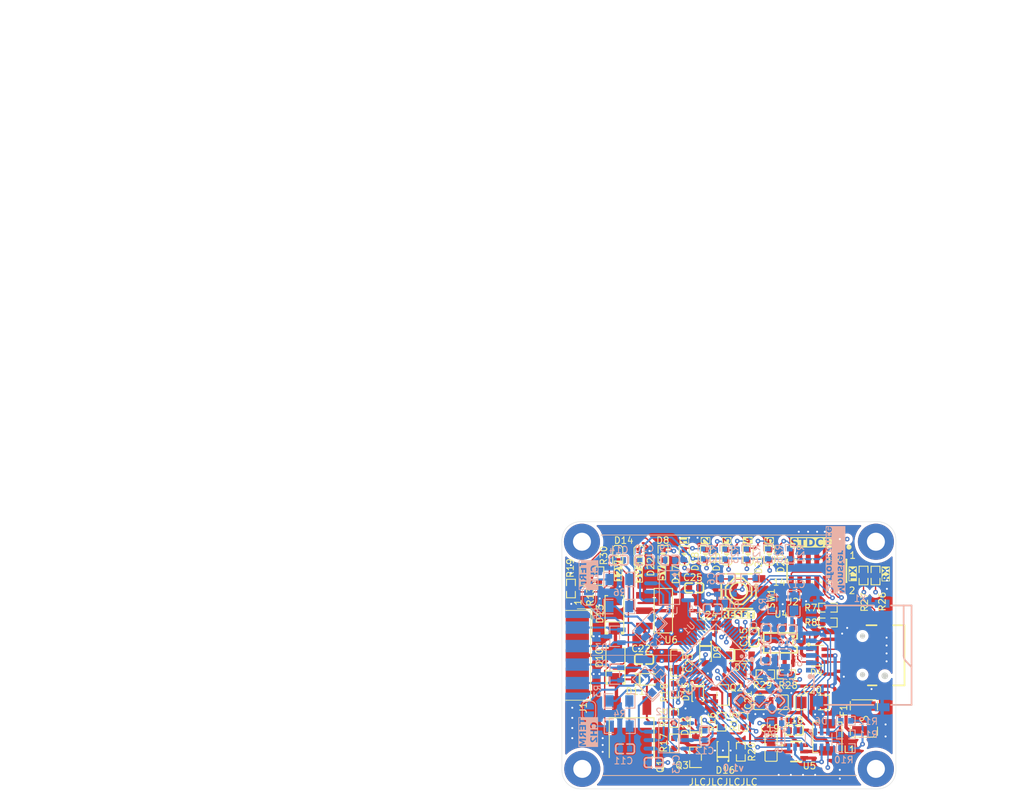
<source format=kicad_pcb>
(kicad_pcb (version 20241229) (generator "pcbnew") (generator_version "9.0")
  (title_block (rev "1.0"))
  (layers (0 "F.Cu" signal) (4 "In1.Cu" signal) (6 "In2.Cu" signal) (2 "B.Cu" signal) (13 "F.Paste" user) (15 "B.Paste" user) (5 "F.SilkS" user "F.Silkscreen") (7 "B.SilkS" user "B.Silkscreen") (1 "F.Mask" user) (3 "B.Mask" user) (25 "Edge.Cuts" user))
  (net 0 "")
  (net 1 "GND")
  (net 2 "+3V3")
  (net 3 "~{RESET}")
  (net 4 "Net-(U1-PF0)")
  (net 5 "Net-(U1-PF1)")
  (net 6 "+5V")
  (net 7 "Net-(C11-Pad1)")
  (net 8 "Net-(C14-Pad1)")
  (net 9 "Net-(U5-SW)")
  (net 10 "Net-(U5-BST)")
  (net 11 "+12V")
  (net 12 "+5V_IN")
  (net 13 "CH1_CAN_L")
  (net 14 "CH1_CAN_H")
  (net 15 "CH2_CAN_H")
  (net 16 "CH2_CAN_L")
  (net 17 "VBUS")
  (net 18 "/USB_SDCARD/D-")
  (net 19 "/USB_SDCARD/D+")
  (net 20 "Net-(USB1-DN1)")
  (net 21 "Net-(USB1-DP1)")
  (net 22 "Net-(X1-CD{slash}DAT3)")
  (net 23 "SD_CS")
  (net 24 "Net-(X1-CMD)")
  (net 25 "SPI1_MOSI")
  (net 26 "Net-(X1-DATO)")
  (net 27 "Net-(X1-CLK)")
  (net 28 "SPI1_MISO")
  (net 29 "SPI1_SCK")
  (net 30 "Net-(D8-K)")
  (net 31 "V_IN")
  (net 32 "Net-(D10-C)")
  (net 33 "Net-(D11-A)")
  (net 34 "Net-(D12-A)")
  (net 35 "Net-(D14-K)")
  (net 36 "Net-(D15-K)")
  (net 37 "Net-(D16-K)")
  (net 38 "Net-(F1-Pad2)")
  (net 39 "Net-(U2-CANH)")
  (net 40 "Net-(U2-CANL)")
  (net 41 "Net-(U3-CANH)")
  (net 42 "Net-(U3-CANL)")
  (net 46 "SWDIO")
  (net 47 "SWCLK")
  (net 48 "Net-(JP1-A)")
  (net 49 "Net-(JP2-A)")
  (net 50 "Net-(Q3-D)")
  (net 51 "BOOT0")
  (net 52 "Net-(USB1-CC1)")
  (net 53 "Net-(USB1-CC2)")
  (net 57 "Net-(D17-A)")
  (net 58 "LED1")
  (net 61 "UART_USB_TX")
  (net 63 "FDCAN2_TX")
  (net 66 "LED2")
  (net 67 "UART_USB_RX")
  (net 68 "Net-(D18-A)")
  (net 69 "FDCAN1_RX")
  (net 71 "Net-(D19-A)")
  (net 80 "FDCAN1_TX")
  (net 81 "FDCAN2_RX")
  (net 90 "LED3")
  (net 91 "Net-(D20-A)")
  (net 92 "LED5")
  (net 93 "Net-(D21-A)")
  (net 94 "LED4")
  (net 96 "Net-(J2-Pad14)")
  (net 98 "Net-(J2-Pad13)")
  (net 103 "Net-(U4-RXD)")
  (net 104 "Net-(U4-TXD)")
  (net 105 "Net-(D22-K)")
  (footprint "EasyEDA_Lib:TSOT-23-6_L2.9-W1.6-P0.95-LS2.8-BL" (layer "F.Cu") (at 140.07 127.9 -90)
    (property "Reference" "U5")
    (property "Value" "AP63205WU-7")
  )
  (footprint "EasyEDA_Lib:R0603" (layer "F.Cu") (at 121.79 118.51 -90)
    (property "Reference" "R18")
    (property "Value" "10k")
  )
  (footprint "EasyEDA_Lib:C0805" (layer "F.Cu") (at 136.31 127.4 90)
    (property "Reference" "C19")
    (property "Value" "10u")
  )
  (footprint "EasyEDA_Lib:SOD-123_L2.8-W1.8-LS3.7-RD" (layer "F.Cu") (at 125.33 119 -90)
    (property "Reference" "D15")
    (property "Value" "12V")
  )
  (footprint "EasyEDA_Lib:F1812" (layer "F.Cu") (at 150.2 122.95 90)
    (property "Reference" "F1")
    (property "Value" "15V 500mA")
  )
  (footprint "EasyEDA_Lib:SOT-223-4_L6.5-W3.5-P2.30-LS7.0-BR" (layer "F.Cu") (at 120.18 106.82 180)
    (property "Reference" "U6")
    (property "Value" "LD1117S33CTR")
  )
  (footprint "EasyEDA_Lib:SOT-23-6_L2.9-W1.6-P0.95-LS2.8-BL" (layer "F.Cu") (at 143.25 113.55 -90)
    (property "Reference" "D4")
    (property "Value" "USBLC6-2SC6")
  )
  (footprint "MountingHole:MountingHole_2.7mm_M2.5_Pad_TopBottom" (layer "F.Cu") (at 152 130.5)
    (property "Reference" "H2" (hide yes))
    (property "Value" "MountingHole")
  )
  (footprint "EasyEDA_Lib:SOT-23-3_L2.9-W1.6-P1.90-LS2.8-BR" (layer "F.Cu") (at 129.07 119.44 180)
    (property "Reference" "Q2")
    (property "Value" "IRLML0060")
  )
  (footprint "EasyEDA_Lib:R0603" (layer "F.Cu") (at 131.78 127.95 90)
    (property "Reference" "R20")
    (property "Value" "100k")
  )
  (footprint "MountingHole:MountingHole_2.7mm_M2.5_Pad_TopBottom" (layer "F.Cu") (at 152 96.5)
    (property "Reference" "H3" (hide yes))
    (property "Value" "MountingHole")
  )
  (footprint "EasyEDA_Lib:R0603" (layer "F.Cu") (at 128.9 123.45 90)
    (property "Reference" "R16")
    (property "Value" "5k1")
  )
  (footprint "MountingHole:MountingHole_2.7mm_M2.5_Pad_TopBottom" (layer "F.Cu") (at 108 96.5)
    (property "Reference" "H4" (hide yes))
    (property "Value" "MountingHole")
  )
  (footprint "EasyEDA_Lib:LED0603-RD" (layer "F.Cu") (at 129.685 98.5 90)
    (property "Reference" "D19")
    (property "Value" "~")
  )
  (footprint "EasyEDA_Lib:R0603" (layer "F.Cu") (at 121.79 126.68 -90)
    (property "Reference" "R17")
    (property "Value" "5k1")
  )
  (footprint "EasyEDA_Lib:C0603" (layer "F.Cu") (at 117.3 114.1 180)
    (property "Reference" "C22")
    (property "Value" "100n")
  )
  (footprint "EasyEDA_Lib:SOD-123_L2.8-W1.8-LS3.7-RD" (layer "F.Cu") (at 125.05 124.11 90)
    (property "Reference" "D12")
    (property "Value" "24V")
  )
  (footprint "EasyEDA_Lib:C0603" (layer "F.Cu") (at 139.72 124.72)
    (property "Reference" "C18")
    (property "Value" "100n")
  )
  (footprint "EasyEDA_Lib:C0805" (layer "F.Cu") (at 122.2 114.65 -90)
    (property "Reference" "C23")
    (property "Value" "10u")
  )
  (footprint "canlogger_custom_lib:SMA_L4.3-W2.6-LS5.2-RD" (layer "F.Cu") (at 113.01 114.96 90)
    (property "Reference" "D10")
    (property "Value" "ES1D")
  )
  (footprint "EasyEDA_Lib:R0603" (layer "F.Cu") (at 132.15 123.45 90)
    (property "Reference" "R15")
    (property "Value" "5k1")
  )
  (footprint "EasyEDA_Lib:LED0603-RD" (layer "F.Cu") (at 132.8675 98.5 90)
    (property "Reference" "D21")
    (property "Value" "~")
  )
  (footprint "EasyEDA_Lib:LED0603-RD" (layer "F.Cu") (at 113.35 98.55 -90)
    (property "Reference" "D14")
    (property "Value" "~")
  )
  (footprint "EasyEDA_Lib:R0603" (layer "F.Cu") (at 138.6 116.35 180)
    (property "Reference" "R28")
    (property "Value" "0")
  )
  (footprint "canlogger_custom_lib:HDR-SMD_14P-P1.27_HX-PZ1.27-2X7P-TP" (layer "F.Cu") (at 143.15 100.85 180)
    (property "Reference" "J2")
    (property "Value" "2x7P Pitch:1.27mm")
  )
  (footprint "canlogger_custom_lib:DSUB-9_Pins_EdgeMount_P2.77mm" (layer "F.Cu") (at 107.3 113.5 -90)
    (property "Reference" "J1")
    (property "Value" "DE9_Pins_MountingHoles")
  )
  (footprint "EasyEDA_Lib:SOD-123_L2.8-W1.8-LS3.7-RD" (layer "F.Cu") (at 129.11 127.82 90)
    (property "Reference" "D16")
    (property "Value" "12V")
  )
  (footprint "canlogger_custom_lib:C1206" (layer "F.Cu") (at 136.32 120.53 180)
    (property "Reference" "C21")
    (property "Value" "22uF")
  )
  (footprint "EasyEDA_Lib:SOD-123_L2.8-W1.8-LS3.7-RD" (layer "F.Cu") (at 117.54 117.1)
    (property "Reference" "D11")
    (property "Value" "12V")
  )
  (footprint "EasyEDA_Lib:TO-252-2_L6.6-W6.1-P4.57-LS9.9-TL-CW" (layer "F.Cu") (at 115.443 124.302 -90)
    (property "Reference" "Q1")
    (property "Value" "NTD2955T4G")
  )
  (footprint "EasyEDA_Lib:R0603" (layer "F.Cu") (at 150.15 101.55 -90)
    (property "Reference" "R27")
    (property "Value" "0")
  )
  (footprint "EasyEDA_Lib:R0603" (layer "F.Cu") (at 106.35 103.5 90)
    (property "Reference" "R19")
    (property "Value" "5k1")
  )
  (footprint "EasyEDA_Lib:R0603" (layer "F.Cu") (at 121.79 122.9 -90)
    (property "Reference" "R14")
    (property "Value" "10k")
  )
  (footprint "EasyEDA_Lib:LED0603-RD" (layer "F.Cu") (at 136.05 98.5 90)
    (property "Reference" "D20")
    (property "Value" "~")
  )
  (footprint "EasyEDA_Lib:C0603" (layer "F.Cu") (at 133.75 110.8 90)
    (property "Reference" "C15")
    (property "Value" "100n")
  )
  (footprint "EasyEDA_Lib:SMA_L4.4-W2.6-LS5.0-RD" (layer "F.Cu") (at 112.86 107.29 90)
    (property "Reference" "D13")
    (property "Value" "SMAJ24A")
  )
  (footprint "EasyEDA_Lib:SW-SMD_L5.2-W5.2-P3.70-LS6.4" (layer "F.Cu") (at 131.45 103.9)
    (property "Reference" "SW1")
    (property "Value" "TS-1087S-01526")
  )
  (footprint "EasyEDA_Lib:LED0603-RD" (layer "F.Cu") (at 116.55 98.6 -90)
    (property "Reference" "D22")
    (property "Value" "~")
  )
  (footprint "EasyEDA_Lib:R0603" (layer "F.Cu") (at 151.95 101.55 90)
    (property "Reference" "R26")
    (property "Value" "0")
  )
  (footprint "EasyEDA_Lib:C0603" (layer "F.Cu") (at 124.8 103.4)
    (property "Reference" "C25")
    (property "Value" "100n")
  )
  (footprint "EasyEDA_Lib:SOP-8_L4.9-W3.9-P1.27-LS6.0-BL" (layer "F.Cu") (at 137.7 111.65 180)
    (property "Reference" "U4")
    (property "Value" "CH340N")
  )
  (footprint "EasyEDA_Lib:R0603" (layer "F.Cu") (at 144.82 108.59 180)
    (property "Reference" "R8")
    (property "Value" "5k1")
  )
  (footprint "canlogger_custom_lib:CASE-A_3216" (layer "F.Cu") (at 126.85 109)
    (property "Reference" "C24")
    (property "Value" "10uF")
  )
  (footprint "MountingHole:MountingHole_2.7mm_M2.5_Pad_TopBottom" (layer "F.Cu") (at 108.05 130.5)
    (property "Reference" "H1" (hide yes))
    (property "Value" "MountingHole")
  )
  (footprint "EasyEDA_Lib:IND-SMD_L4.4-W4.2-A" (layer "F.Cu") (at 144.74 125.77 90)
    (property "Reference" "L1")
    (property "Value" "4.7uH")
  )
  (footprint "EasyEDA_Lib:R0603" (layer "F.Cu") (at 110.6 101.65 -90)
    (property "Reference" "R30")
    (property "Value" "330")
  )
  (footprint "EasyEDA_Lib:LED0603-RD" (layer "F.Cu") (at 120.15 98.45 90)
    (property "Reference" "D8")
    (property "Value" "~")
  )
  (footprint "canlogger_custom_lib:C1206" (layer "F.Cu") (at 142.47 120.55)
    (property "Reference" "C20")
    (property "Value" "22uF")
  )
  (footprint "EasyEDA_Lib:USB-C-SMD_GT-USB-7047A" (layer "F.Cu") (at 150.8865 113.5 90)
    (property "Reference" "USB1" (hide yes))
    (property "Value" "GT-USB-7047A")
    (fp_poly (pts (xy 3.286578 -0.94221) (xy 3.259552 -1.043073) (xy 3.207341 -1.133505) (xy 3.133505 -1.207341) (xy 3.043073 -1.259552) (xy 2.94221 -1.286578) (xy 2.83779 -1.286578) (xy 2.736927 -1.259552) (xy 2.646495 -1.207341) (xy 2.572659 -1.133505) (xy 2.520448 -1.043073) (xy 2.493422 -0.94221) (xy 2.493422 -0.83779) (xy 2.520448 -0.736927) (xy 2.572659 -0.646495) (xy 2.646495 -0.572659) (xy 2.736927 -0.520448) (xy 2.83779 -0.493422) (xy 2.94221 -0.493422) (xy 3.043073 -0.520448) (xy 3.133505 -0.572659) (xy 3.207341 -0.646495) (xy 3.259552 -0.736927) (xy 3.286578 -0.83779)) (fill yes) (layer "Edge.Cuts"))
    (fp_poly (pts (xy -2.493422 -0.94221) (xy -2.520448 -1.043073) (xy -2.572659 -1.133505) (xy -2.646495 -1.207341) (xy -2.736927 -1.259552) (xy -2.83779 -1.286578) (xy -2.94221 -1.286578) (xy -3.043073 -1.259552) (xy -3.133505 -1.207341) (xy -3.207341 -1.133505) (xy -3.259552 -1.043073) (xy -3.286578 -0.94221) (xy -3.286578 -0.83779) (xy -3.259552 -0.736927) (xy -3.207341 -0.646495) (xy -3.133505 -0.572659) (xy -3.043073 -0.520448) (xy -2.94221 -0.493422) (xy -2.83779 -0.493422) (xy -2.736927 -0.520448) (xy -2.646495 -0.572659) (xy -2.572659 -0.646495) (xy -2.520448 -0.736927) (xy -2.493422 -0.83779)) (fill yes) (layer "Edge.Cuts"))
  )
  (footprint "EasyEDA_Lib:SOD-123_L2.8-W1.8-LS3.7-RD" (layer "F.Cu") (at 131.7 113.5)
    (property "Reference" "D7")
    (property "Value" "PMEG2005")
  )
  (footprint "EasyEDA_Lib:R0603" (layer "F.Cu") (at 108.4 101.65 -90)
    (property "Reference" "R13")
    (property "Value" "1k")
  )
  (footprint "EasyEDA_Lib:R0603" (layer "F.Cu") (at 135.45 116.35)
    (property "Reference" "R29")
    (property "Value" "0")
  )
  (footprint "EasyEDA_Lib:LED0603-RD" (layer "F.Cu") (at 123.32 98.5 90)
    (property "Reference" "D17")
    (property "Value" "~")
  )
  (footprint "EasyEDA_Lib:R0603" (layer "F.Cu") (at 144.82 106.37 180)
    (property "Reference" "R7")
    (property "Value" "5k1")
  )
  (footprint "EasyEDA_Lib:SOT-23-3_L2.9-W1.6-P1.90-LS2.8-BR" (layer "F.Cu") (at 125 128.76)
    (property "Reference" "Q3")
    (property "Value" "IRLML0060")
  )
  (footprint "EasyEDA_Lib:SOD-123_L2.8-W1.8-LS3.7-RD" (layer "F.Cu") (at 126.5 113 -90)
    (property "Reference" "D9")
    (property "Value" "PMEG2005")
  )
  (footprint "EasyEDA_Lib:LED0603-RD" (layer "F.Cu") (at 126.5025 98.5 90)
    (property "Reference" "D18")
    (property "Value" "~")
  )
  (footprint "Jumper:SolderJumper-2_P1.3mm_Open_RoundedPad1.0x1.5mm" (layer "B.Cu") (at 109.05 121.75 90)
    (property "Reference" "JP1" (hide yes))
    (property "Value" "SolderJumper_2_Open")
  )
  (footprint "EasyEDA_Lib:R0603" (layer "B.Cu") (at 135.8375 98.3 90)
    (property "Reference" "R25")
    (property "Value" "330")
  )
  (footprint "EasyEDA_Lib:R1206" (layer "B.Cu") (at 113.61 120.33 180)
    (property "Reference" "R3")
    (property "Value" "60.4Ω")
  )
  (footprint "EasyEDA_Lib:C0603" (layer "B.Cu") (at 126.35 125.5 90)
    (property "Reference" "C12")
    (property "Value" "100n")
  )
  (footprint "EasyEDA_Lib:C0603" (layer "B.Cu") (at 114.45 127.5 180)
    (property "Reference" "C11")
    (property "Value" "4.7n")
  )
  (footprint "EasyEDA_Lib:C0805" (layer "B.Cu") (at 139.74 105.76 90)
    (property "Reference" "C17")
    (property "Value" "10u")
  )
  (footprint "EasyEDA_Lib:C0603" (layer "B.Cu") (at 138.73 109.67 180)
    (property "Reference" "C16")
    (property "Value" "100n")
  )
  (footprint "EasyEDA_Lib:R0603" (layer "B.Cu") (at 133.17 101.95 180)
    (property "Reference" "R1")
    (property "Value" "10k")
  )
  (footprint "EasyEDA_Lib:R0603" (layer "B.Cu") (at 147.5 127.4 180)
    (property "Reference" "R10")
    (property "Value" "10k")
  )
  (footprint "EasyEDA_Lib:R0603" (layer "B.Cu") (at 137.15 123.65)
    (property "Reference" "R9")
    (property "Value" "10k")
  )
  (footprint "EasyEDA_Lib:R0603" (layer "B.Cu") (at 147.5 123.3 180)
    (property "Reference" "R12")
    (property "Value" "10k")
  )
  (footprint "Jumper:SolderJumper-2_P1.3mm_Open_RoundedPad1.0x1.5mm" (layer "B.Cu") (at 109.05 104.65 -90)
    (property "Reference" "JP2" (hide yes))
    (property "Value" "SolderJumper_2_Open")
  )
  (footprint "EasyEDA_Lib:SOIC-8_L4.9-W3.9-P1.27-LS6.0-BL" (layer "B.Cu") (at 121.1 103.35 -90)
    (property "Reference" "U3")
    (property "Value" "TJA1051T/3")
  )
  (footprint "EasyEDA_Lib:R1206" (layer "B.Cu") (at 113.6 106.2 180)
    (property "Reference" "R5")
    (property "Value" "60.4Ω")
  )
  (footprint "canlogger_custom_lib:SOD-323_L1.8-W1.3-LS2.5-RD" (layer "B.Cu") (at 129.5 104.35)
    (property "Reference" "D1")
    (property "Value" "RB751V40T1G")
  )
  (footprint "EasyEDA_Lib:SOT-23-6_L2.9-W1.6-P0.95-LS2.8-BL" (layer "B.Cu") (at 139.9 126.1)
    (property "Reference" "D5")
    (property "Value" "USBLC6-2SC6")
  )
  (footprint "EasyEDA_Lib:C0603" (layer "B.Cu") (at 127.56 106.56 180)
    (property "Reference" "C4")
    (property "Value" "100n")
  )
  (footprint "EasyEDA_Lib:R0603" (layer "B.Cu") (at 136.5 105.8535 -90)
    (property "Reference" "R2")
    (property "Value" "10k")
  )
  (footprint "EasyEDA_Lib:R0603" (layer "B.Cu") (at 132.575 98.35 90)
    (property "Reference" "R24")
    (property "Value" "330")
  )
  (footprint "EasyEDA_Lib:C0603" (layer "B.Cu") (at 117.35 99.25)
    (property "Reference" "C10")
    (property "Value" "100n")
  )
  (footprint "EasyEDA_Lib:CRYSTAL-SMD_4P-L3.2-W2.5-BL_SIT8008BI" (layer "B.Cu") (at 134.8 118.55 -135)
    (property "Reference" "Y1")
    (property "Value" "16MHz")
  )
  (footprint "EasyEDA_Lib:SOT-23-6_L2.9-W1.6-P0.95-LS2.8-BL" (layer "B.Cu") (at 143.876875 126.1)
    (property "Reference" "D6")
    (property "Value" "USBLC6-2SC6")
  )
  (footprint "EasyEDA_Lib:C0603" (layer "B.Cu") (at 135.56 110.23 90)
    (property "Reference" "C3")
    (property "Value" "100n")
  )
  (footprint "EasyEDA_Lib:SOIC-8_L4.9-W3.9-P1.27-LS6.0-BL" (layer "B.Cu") (at 121.01 125.56 -90)
    (property "Reference" "U2")
    (property "Value" "TJA1051T/3")
  )
  (footprint "EasyEDA_Lib:SOT-23-3_L2.9-W1.3-P1.90-LS2.4-BR" (layer "B.Cu") (at 112.9 116.3)
    (property "Reference" "D2")
    (property "Value" "PESD2CAN/ESDCAN01")
  )
  (footprint "EasyEDA_Lib:C0603" (layer "B.Cu") (at 121.2 99.25)
    (property "Reference" "C9")
    (property "Value" "100n")
  )
  (footprint "EasyEDA_Lib:R0603" (layer "B.Cu") (at 126.05 98.3 90)
    (property "Reference" "R22")
    (property "Value" "330")
  )
  (footprint "EasyEDA_Lib:C0603" (layer "B.Cu") (at 118.75 129.55 180)
    (property "Reference" "C13")
    (property "Value" "100n")
  )
  (footprint "EasyEDA_Lib:C0603" (layer "B.Cu") (at 132.25 120.75 -45)
    (property "Reference" "C8")
    (property "Value" "18p")
  )
  (footprint "canlogger_custom_lib:SIM-SMD_GT-TF003-H0185-02" (layer "B.Cu") (at 147.6365 113.5 -90)
    (property "Reference" "X1")
    (property "Value" "GT-TF003-H0185-02")
    (fp_poly (pts (xy 3.570722 -5.634737) (xy 3.53694 -5.508658) (xy 3.471677 -5.395619) (xy 3.379381 -5.303323) (xy 3.266342 -5.23806) (xy 3.140263 -5.204278) (xy 3.009737 -5.204278) (xy 2.883658 -5.23806) (xy 2.770619 -5.303323) (xy 2.678323 -5.395619) (xy 2.61306 -5.508658) (xy 2.579278 -5.634737) (xy 2.579278 -5.765263) (xy 2.61306 -5.891342) (xy 2.678323 -6.004381) (xy 2.770619 -6.096677) (xy 2.883658 -6.16194) (xy 3.009737 -6.195722) (xy 3.140263 -6.195722) (xy 3.266342 -6.16194) (xy 3.379381 -6.096677) (xy 3.471677 -6.004381) (xy 3.53694 -5.891342) (xy 3.570722 -5.765263)) (fill yes) (layer "Edge.Cuts"))
  )
  (footprint "EasyEDA_Lib:R0603" (layer "B.Cu") (at 139.1 98.3 90)
    (property "Reference" "R21")
    (property "Value" "330")
  )
  (footprint "EasyEDA_Lib:R1206" (layer "B.Cu") (at 113.66 124.11 180)
    (property "Reference" "R4")
    (property "Value" "60.4Ω")
  )
  (footprint "EasyEDA_Lib:SOT-23-3_L2.9-W1.3-P1.90-LS2.4-BR" (layer "B.Cu") (at 112.9 110.65)
    (property "Reference" "D3")
    (property "Value" "PESD2CAN/ESDCAN01")
  )
  (footprint "EasyEDA_Lib:R1206" (layer "B.Cu") (at 113.6 102.15 180)
    (property "Reference" "R6")
    (property "Value" "60.4Ω")
  )
  (footprint "EasyEDA_Lib:C0603" (layer "B.Cu") (at 135.5 113.45 -90)
    (property "Reference" "C2")
    (property "Value" "100n")
  )
  (footprint "EasyEDA_Lib:C0805" (layer "B.Cu") (at 138.45 114.5 -90)
    (property "Reference" "C5")
    (property "Value" "10u")
  )
  (footprint "EasyEDA_Lib:R0603" (layer "B.Cu") (at 147.5 125.35 180)
    (property "Reference" "R11")
    (property "Value" "10k")
  )
  (footprint "EasyEDA_Lib:C0603" (layer "B.Cu") (at 123.55 117.9 -45)
    (property "Reference" "C1")
    (property "Value" "100n")
  )
  (footprint "EasyEDA_Lib:C0603" (layer "B.Cu") (at 113.5 99.25 180)
    (property "Reference" "C14")
    (property "Value" "4.7n")
  )
  (footprint "EasyEDA_Lib:R0603" (layer "B.Cu") (at 129.3125 98.35 90)
    (property "Reference" "R23")
    (property "Value" "330")
  )
  (footprint "EasyEDA_Lib:C0603" (layer "B.Cu") (at 136.95 120.77 -135)
    (property "Reference" "C7")
    (property "Value" "18p")
  )
  (footprint "EasyEDA_Lib:C0603" (layer "B.Cu") (at 129.55 102 180)
    (property "Reference" "C6")
    (property "Value" "100n")
  )
  (footprint "canlogger_custom_lib:FILTER-SMD_4P-L3.2-W1.6-BL_DLW31SN222SQ2L" (layer "B.Cu") (at 118 117.65 135)
    (property "Reference" "FL1")
    (property "Value" "DLW31SN222SQ2L")
  )
  (footprint "canlogger_custom_lib:FILTER-SMD_4P-L3.2-W1.6-BL_DLW31SN222SQ2L" (layer "B.Cu") (at 118 109.3 -135)
    (property "Reference" "FL2")
    (property "Value" "DLW31SN222SQ2L")
  )
  (footprint "EasyEDA_Lib:LQFP-48_L7.0-W7.0-P0.50-LS9.0-BL" (layer "B.Cu") (at 128.05 113.5 -135)
    (property "Reference" "U1")
    (property "Value" "STM32G474CBT6")
  )
  (gr_rect (start 119.3 107.95) (end 125.1 111.85) (stroke (width 0.2)) (fill yes) (layer "F.Cu") (net 2))
  (gr_rect (start 117.75 112.65) (end 122.2 114.45) (stroke (width 0.2)) (fill yes) (layer "F.Cu") (net 6))
  (gr_line (start 147.15 95.5) (end 110.85 95.5) (stroke (width 0.1)) (layer "F.SilkS"))
  (gr_line (start 149.11 131.5) (end 111.09 131.5) (stroke (width 0.1)) (layer "F.SilkS"))
  (gr_line (start 149.1 131.5) (end 111.05 131.5) (stroke (width 0.1)) (layer "B.SilkS"))
  (gr_line (start 147.25 95.5) (end 110.85 95.5) (stroke (width 0.1)) (layer "B.SilkS"))
  (gr_line (start 109.55 113.5) (end 122.25 113.5) (stroke (width 0.1)) (layer "B.SilkS"))
  (gr_line (start 155 96.25) (end 155 130.75) (stroke (width 0.05)) (layer "Edge.Cuts"))
  (gr_line (start 105 130.75) (end 105 96.25) (stroke (width 0.05)) (layer "Edge.Cuts"))
  (gr_line (start 152.25 133.5) (end 107.75 133.5) (stroke (width 0.05)) (layer "Edge.Cuts"))
  (gr_arc (start 107.75 133.5) (mid 105.805456 132.694544) (end 105 130.75) (stroke (width 0.05)) (layer "Edge.Cuts"))
  (gr_arc (start 155 130.75) (mid 154.194544 132.694544) (end 152.25 133.5) (stroke (width 0.05)) (layer "Edge.Cuts"))
  (gr_arc (start 105 96.25) (mid 105.805456 94.305456) (end 107.75 93.5) (stroke (width 0.05)) (layer "Edge.Cuts"))
  (gr_line (start 107.75 93.5) (end 152.25 93.5) (stroke (width 0.05)) (layer "Edge.Cuts"))
  (gr_arc (start 152.25 93.5) (mid 154.194544 94.305456) (end 155 96.25) (stroke (width 0.05)) (layer "Edge.Cuts"))
  (gr_text "3" (at 130.3 96.9 90) (layer "F.SilkS" knockout) (effects (font (size 1 1) (thickness 0.2) (bold yes)) (justify left bottom)))
  (gr_text "4" (at 133.475 96.9 90) (layer "F.SilkS" knockout) (effects (font (size 1 1) (thickness 0.2) (bold yes)) (justify left bottom)))
  (gr_text "2" (at 147.85 104.4 0) (layer "F.SilkS") (effects (font (size 1 1)) (justify left bottom)))
  (gr_text "JLCJLCJLCJLC" (at 123.9 133.05 0) (layer "F.SilkS") (effects (font (size 1 1)) (justify left bottom)))
  (gr_text "STDC14" (at 139.2 97.4 0) (layer "F.SilkS" knockout) (effects (font (size 1.2 1.2) (thickness 0.3) (bold yes)) (justify left bottom)))
  (gr_text "1" (at 147.95 99.12 0) (layer "F.SilkS") (effects (font (size 1 1)) (justify left bottom)))
  (gr_text "1" (at 108 106.15 90) (layer "F.SilkS") (effects (font (size 1 1)) (justify left bottom)))
  (gr_text "14" (at 136.5 103.15 0) (layer "F.SilkS") (effects (font (size 1 1)) (justify left bottom)))
  (gr_text "5V" (at 120.6 102.25 90) (layer "F.SilkS" knockout) (effects (font (size 1 1) (thickness 0.2) (bold yes)) (justify left bottom)))
  (gr_text "3V3" (at 117.15 102.6 90) (layer "F.SilkS" knockout) (effects (font (size 1 1) (thickness 0.2) (bold yes)) (justify left bottom)))
  (gr_text "TX" (at 149.2 102.3 90) (layer "F.SilkS" knockout) (effects (font (size 1 1) (thickness 0.2) (bold yes)) (justify left bottom)))
  (gr_text "RX" (at 154.15 102.45 90) (layer "F.SilkS" knockout) (effects (font (size 1 1) (thickness 0.2) (bold yes)) (justify left bottom)))
  (gr_text "RESET" (at 128.85 108.05 0) (layer "F.SilkS" knockout) (effects (font (size 1 1) (thickness 0.2) (bold yes)) (justify left bottom)))
  (gr_text "1" (at 123.95 96.9 90) (layer "F.SilkS" knockout) (effects (font (size 1 1) (thickness 0.2) (bold yes)) (justify left bottom)))
  (gr_text "12V" (at 114.1 102.45 90) (layer "F.SilkS" knockout) (effects (font (size 1 1) (thickness 0.2) (bold yes)) (justify left bottom)))
  (gr_text "5" (at 136.65 96.9 90) (layer "F.SilkS" knockout) (effects (font (size 1 1) (thickness 0.2) (bold yes)) (justify left bottom)))
  (gr_text "2" (at 127.125 96.9 90) (layer "F.SilkS" knockout) (effects (font (size 1 1) (thickness 0.2) (bold yes)) (justify left bottom)))
  (gr_text "TERM\nCH2" (at 110.45 125.05 90) (layer "B.SilkS" knockout) (effects (font (size 1 1) (thickness 0.2) (bold yes)) (justify bottom mirror)))
  (gr_text "Monster\nPerformance" (at 144.45 104.3 270) (layer "B.SilkS" knockout) (effects (font (size 1 1) (thickness 0.2) (bold yes)) (justify left bottom mirror)))
  (gr_text "TERM\nCH1" (at 110.5 101.55 90) (layer "B.SilkS" knockout) (effects (font (size 1 1) (thickness 0.2) (bold yes)) (justify bottom mirror)))
  (gr_text "v1.0" (at 132.35 130.95 0) (layer "B.SilkS") (effects (font (size 1 1) (thickness 0.2) (bold yes)) (justify left bottom mirror)))
  (segment (start 134.8 110.45) (end 134.45 110.1) (width 0.3) (layer "F.Cu") (net 1))
  (segment (start 144 122.35) (end 144.05 122.3) (width 0.3) (layer "F.Cu") (net 1))
  (segment (start 123.0135 119.2635) (end 121.79 119.2635) (width 0.3) (layer "F.Cu") (net 1))
  (segment (start 148.4365 110.3) (end 147 110.3) (width 0.5) (layer "F.Cu") (net 1))
  (segment (start 136.73 110.45) (end 134.8 110.45) (width 0.3) (layer "F.Cu") (net 1))
  (segment (start 147.7 109.4) (end 147.7 108.7) (width 0.5) (layer "F.Cu") (net 1))
  (segment (start 110.6 102.4035) (end 108.4 102.4035) (width 0.5) (layer "F.Cu") (net 1))
  (segment (start 106.35 102.7465) (end 107.2035 102.7465) (width 0.5) (layer "F.Cu") (net 1))
  (segment (start 148.4365 110.3) (end 148.2 110.3) (width 0.5) (layer "F.Cu") (net 1))
  (segment (start 124.49 120.74) (end 123.0135 119.2635) (width 0.3) (layer "F.Cu") (net 1))
  (segment (start 126.1 105.3) (end 126.550001 105.750001) (width 0.5) (layer "F.Cu") (net 1))
  (segment (start 148.4365 116.7) (end 148.75 117.0135) (width 0.5) (layer "F.Cu") (net 1))
  (segment (start 127.105 120.43) (end 127.095 120.44) (width 0.3) (layer "F.Cu") (net 1))
  (segment (start 144.05 120.5625) (end 144.0625 120.55) (width 0.5) (layer "F.Cu") (net 1))
  (segment (start 148.75 117.0135) (end 148.75 118.35) (width 0.5) (layer "F.Cu") (net 1))
  (segment (start 134.45 110.1) (end 133.75 110.1) (width 0.3) (layer "F.Cu") (net 1))
  (segment (start 147.7 109.8) (end 147.7 109.4) (width 0.5) (layer "F.Cu") (net 1))
  (segment (start 147 110.3) (end 146.95 110.25) (width 0.5) (layer "F.Cu") (net 1))
  (segment (start 143.15 98.849999) (end 144.42 98.85) (width 0.2) (layer "F.Cu") (net 1))
  (segment (start 126.550001 105.750001) (end 128.35 105.750001) (width 0.5) (layer "F.Cu") (net 1))
  (segment (start 125.6 103.5) (end 125.5 103.4) (width 0.5) (layer "F.Cu") (net 1))
  (segment (start 144.4 96.8) (end 144.42 96.82) (width 0.5) (layer "F.Cu") (net 1))
  (segment (start 124.9275 120.74) (end 124.49 120.74) (width 0.3) (layer "F.Cu") (net 1))
  (segment (start 142.101 113.55) (end 141.2 113.55) (width 0.5) (layer "F.Cu") (net 1))
  (segment (start 140.85 113.2) (end 140.85 111.05) (width 0.5) (layer "F.Cu") (net 1))
  (segment (start 143.15 95.05) (end 143.2 95) (width 0.5) (layer "F.Cu") (net 1))
  (segment (start 144.05 122.3) (end 144.05 120.5625) (width 0.5) (layer "F.Cu") (net 1))
  (segment (start 142.9 122.35) (end 144 122.35) (width 0.3) (layer "F.Cu") (net 1))
  (segment (start 144.42 96.82) (end 144.42 98.85) (width 0.5) (layer "F.Cu") (net 1))
  (segment (start 128.4 107.3) (end 128.35 107.25) (width 0.5) (layer "F.Cu") (net 1))
  (segment (start 143.15 98.849999) (end 143.15 95.05) (width 0.5) (layer "F.Cu") (net 1))
  (segment (start 126.1 105.3) (end 125.6 104.8) (width 0.5) (layer "F.Cu") (net 1))
  (segment (start 128.05 109) (end 128.05 107.65) (width 0.5) (layer "F.Cu") (net 1))
  (segment (start 107.2035 102.7465) (end 107.5465 102.4035) (width 0.5) (layer "F.Cu") (net 1))
  (segment (start 127.095 120.44) (end 126.27 120.44) (width 0.3) (layer "F.Cu") (net 1))
  (segment (start 147.7 108.7) (end 148 108.4) (width 0.5) (layer "F.Cu") (net 1))
  (segment (start 144.35 95) (end 144.4 95.05) (width 0.5) (layer "F.Cu") (net 1))
  (segment (start 127.795 120.43) (end 127.105 120.43) (width 0.3) (layer "F.Cu") (net 1))
  (segment (start 125.09 120.9025) (end 124.9275 120.74) (width 0.3) (layer "F.Cu") (net 1))
  (segment (start 137.065 108.9675) (end 137.065 110.115) (width 0.3) (layer "F.Cu") (net 1))
  (segment (start 137.065 110.115) (end 136.73 110.45) (width 0.3) (layer "F.Cu") (net 1))
  (segment (start 125.33 120.6925) (end 125.12 120.9025) (width 0.3) (layer "F.Cu") (net 1))
  (segment (start 126.45 103.4) (end 126.75 103.1) (width 0.5) (layer "F.Cu") (net 1))
  (segment (start 148.4365 116.7) (end 147.2 116.7) (width 0.5) (layer "F.Cu") (net 1))
  (segment (start 148.75 118.35) (end 149 118.6) (width 0.5) (layer "F.Cu") (net 1))
  (segment (start 125.5 103.4) (end 126.45 103.4) (width 0.5) (layer "F.Cu") (net 1))
  (segment (start 128.05 107.65) (end 128.4 107.3) (width 0.5) (layer "F.Cu") (net 1))
  (segment (start 125.6 104.8) (end 125.6 103.5) (width 0.5) (layer "F.Cu") (net 1))
  (segment (start 144.4 95.05) (end 144.4 96.8) (width 0.5) (layer "F.Cu") (net 1))
  (segment (start 127.835 120.39) (end 127.795 120.43) (width 0.3) (layer "F.Cu") (net 1))
  (segment (start 107.5465 102.4035) (end 108.4 102.4035) (width 0.5) (layer "F.Cu") (net 1))
  (segment (start 148.2 110.3) (end 147.7 109.8) (width 0.5) (layer "F.Cu") (net 1))
  (segment (start 148 108.4) (end 149.4365 108.4) (width 0.5) (layer "F.Cu") (net 1))
  (segment (start 149 118.6) (end 149.4365 118.6) (width 0.5) (layer "F.Cu") (net 1))
  (segment (start 128.35 107.25) (end 128.35 105.750001) (width 0.5) (layer "F.Cu") (net 1))
  (segment (start 126.27 120.44) (end 126.0175 120.6925) (width 0.3) (layer "F.Cu") (net 1))
  (segment (start 106.35 102.7465) (end 106.35 100) (width 0.5) (layer "F.Cu") (net 1))
  (segment (start 125.12 120.9025) (end 125.09 120.9025) (width 0.3) (layer "F.Cu") (net 1))
  (segment (start 141.2 113.55) (end 140.85 113.2) (width 0.5) (layer "F.Cu") (net 1))
  (segment (start 126.0175 120.6925) (end 125.33 120.6925) (width 0.3) (layer "F.Cu") (net 1))
  (via (at 146.6 130.65) (size 0.7) (drill 0.3) (layers "F.Cu" "B.Cu") (net 1))
  (via (at 106.35 100) (size 0.7) (drill 0.3) (layers "F.Cu" "B.Cu") (net 1))
  (via (at 110.6 106) (size 0.7) (drill 0.3) (layers "F.Cu" "B.Cu") (net 1))
  (via (at 139.35 119.15) (size 0.7) (drill 0.3) (layers "F.Cu" "B.Cu") (net 1))
  (via (at 142.9 122.35) (size 0.7) (drill 0.3) (layers "F.Cu" "B.Cu") (net 1))
  (via (at 130.25 127.75) (size 0.7) (drill 0.3) (layers "F.Cu" "B.Cu") (net 1))
  (via (at 144.05 122.3) (size 0.7) (drill 0.3) (layers "F.Cu" "B.Cu") (net 1))
  (via (at 123.5 121.45) (size 0.7) (drill 0.3) (layers "F.Cu" "B.Cu") (net 1))
  (via (at 110.6 110.65) (size 0.7) (drill 0.3) (layers "F.Cu" "B.Cu") (net 1))
  (via (at 153.65 102.3) (size 0.7) (drill 0.3) (layers "F.Cu" "B.Cu") (net 1))
  (via (at 106.55 122.866667) (size 0.7) (drill 0.3) (layers "F.Cu" "B.Cu") (net 1))
  (via (at 125.3 95.9) (size 0.7) (drill 0.3) (layers "F.Cu" "B.Cu") (net 1))
  (via (at 110.6 116.3) (size 0.7) (drill 0.3) (layers "F.Cu" "B.Cu") (net 1))
  (via (at 126.75 103.1) (size 0.7) (drill 0.3) (layers "F.Cu" "B.Cu") (net 1))
  (via (at 118.125 97.875) (size 0.7) (drill 0.3) (layers "F.Cu" "B.Cu") (net 1))
  (via (at 153.6 113.216667) (size 0.7) (drill 0.3) (layers "F.Cu" "B.Cu") (net 1))
  (via (at 153.65 103.55) (size 0.7) (drill 0.3) (layers "F.Cu" "B.Cu") (net 1))
  (via (at 126.85 116.2) (size 0.7) (drill 0.3) (layers "F.Cu" "B.Cu") (net 1))
  (via (at 141.55 105.4) (size 0.7) (drill 0.3) (layers "F.Cu" "B.Cu") (net 1))
  (via (at 139.9 123.35) (size 0.7) (drill 0.3) (layers "F.Cu" "B.Cu") (net 1))
  (via (at 126.1 105.3) (size 0.7) (drill 0.3) (layers "F.Cu" "B.Cu") (net 1))
  (via (at 113.65 103.2) (size 0.7) (drill 0.3) (layers "F.Cu" "B.Cu") (net 1))
  (via (at 153.45 125.65) (size 0.7) (drill 0.3) (layers "F.Cu" "B.Cu") (net 1))
  (via (at 146.6 131.95) (size 0.7) (drill 0.3) (layers "F.Cu" "B.Cu") (net 1))
  (via (at 143.2 95) (size 0.7) (drill 0.3) (layers "F.Cu" "B.Cu") (net 1))
  (via (at 146.95 110.25) (size 0.7) (drill 0.3) (layers "F.Cu" "B.Cu") (net 1))
  (via (at 151.35 118.55) (size 0.7) (drill 0.3) (layers "F.Cu" "B.Cu") (net 1))
  (via (at 142.91 131.4) (size 0.7) (drill 0.3) (layers "F.Cu" "B.Cu") (net 1))
  (via (at 153.6 114.4) (size 0.7) (drill 0.3) (layers "F.Cu" "B.Cu") (net 1))
  (via (at 147.7 109.4) (size 0.7) (drill 0.3) (layers "F.Cu" "B.Cu") (net 1))
  (via (at 126.5 121.9) (size 0.7) (drill 0.3) (layers "F.Cu" "B.Cu") (net 1))
  (via (at 109.75 116.3) (size 0.7) (drill 0.3) (layers "F.Cu" "B.Cu") (net 1))
  (via (at 153.6 110.85) (size 0.7) (drill 0.3) (layers "F.Cu" "B.Cu") (net 1))
  (via (at 153.45 123.85) (size 0.7) (drill 0.3) (layers "F.Cu" "B.Cu") (net 1))
  (via (at 139.27 131.4) (size 0.7) (drill 0.3) (layers "F.Cu" "B.Cu") (net 1))
  (via (at 124.05 95.9) (size 0.7) (drill 0.3) (layers "F.Cu" "B.Cu") (net 1))
  (via (at 141.85 95) (size 0.7) (drill 0.3) (layers "F.Cu" "B.Cu") (net 1))
  (via (at 106.4 105.8) (size 0.7) (drill 0.3) (layers "F.Cu" "B.Cu") (net 1))
  (via (at 133.95 122.3) (size 0.7) (drill 0.3) (layers "F.Cu" "B.Cu") (net 1))
  (via (at 143.9 110) (size 0.7) (drill 0.3) (layers "F.Cu" "B.Cu") (net 1))
  (via (at 137.45 131.4) (size 0.7) (drill 0.3) (layers "F.Cu" "B.Cu") (net 1))
  (via (at 110.65 105) (size 0.7) (drill 0.3) (layers "F.Cu" "B.Cu") (net 1))
  (via (at 135.2 122.3) (size 0.7) (drill 0.3) (layers "F.Cu" "B.Cu") (net 1))
  (via (at 109.75 110.65) (size 0.7) (drill 0.3) (layers "F.Cu" "B.Cu") (net 1))
  (via (at 127.9 127.75) (size 0.7) (drill 0.3) (layers "F.Cu" "B.Cu") (net 1))
  (via (at 106.55 125.9) (size 0.7) (drill 0.3) (layers "F.Cu" "B.Cu") (net 1))
  (via (at 106.55 121.35) (size 0.7) (drill 0.3) (layers "F.Cu" "B.Cu") (net 1))
  (via (at 153.6 112.033333) (size 0.7) (drill 0.3) (layers "F.Cu" "B.Cu") (net 1))
  (via (at 147.2 116.7) (size 0.7) (drill 0.3) (layers "F.Cu" "B.Cu") (net 1))
  (via (at 153.65 100.85) (size 0.7) (drill 0.3) (layers "F.Cu" "B.Cu") (net 1))
  (via (at 141.09 131.4) (size 0.7) (drill 0.3) (layers "F.Cu" "B.Cu") (net 1))
  (via (at 111.1 125.9) (size 0.7) (drill 0.3) (layers "F.Cu" "B.Cu") (net 1))
  (via (at 122.65 95.9) (size 0.7) (drill 0.3) (layers "F.Cu" "B.Cu") (net 1))
  (via (at 129.1 127.75) (size 0.7) (drill 0.3) (layers "F.Cu" "B.Cu") (net 1))
  (via (at 106.55 124.383333) (size 0.7) (drill 0.3) (layers "F.Cu" "B.Cu") (net 1))
  (via (at 106.35 101.15) (size 0.7) (drill 0.3) (layers "F.Cu" "B.Cu") (net 1))
  (via (at 111.1 127.95) (size 0.7) (drill 0.3) (layers "F.Cu" "B.Cu") (net 1))
  (via (at 116.55 112.5) (size 0.7) (drill 0.3) (layers "F.Cu" "B.Cu") (net 1))
  (via (at 121.95 101.9) (size 0.7) (drill 0.3) (layers "F.Cu" "B.Cu") (net 1))
  (via (at 140.85 111.05) (size 0.7) (drill 0.3) (layers "F.Cu" "B.Cu") (net 1))
  (via (at 144.35 95) (size 0.7) (drill 0.3) (layers "F.Cu" "B.Cu") (net 1))
  (via (at 111.1 126.925) (size 0.7) (drill 0.3) (layers "F.Cu" "B.Cu") (net 1))
  (via (at 138.05 105.85) (size 0.7) (drill 0.3) (layers "F.Cu" "B.Cu") (net 1))
  (via (at 138.05 106.9) (size 0.7) (drill 0.3) (layers "F.Cu" "B.Cu") (net 1))
  (via (at 140.45 95) (size 0.7) (drill 0.3) (layers "F.Cu" "B.Cu") (net 1))
  (segment (start 123.7825 124.925) (end 125.125 124.925) (width 0.3) (layer "B.Cu") (net 1))
  (segment (start 133.38995 120.6) (end 133.952081 120.6) (width 0.2) (layer "B.Cu") (net 1))
  (segment (start 118.8 97.2) (end 118.125 97.875) (width 0.3) (layer "B.Cu") (net 1))
  (segment (start 118.125 97.875) (end 118.05 97.95) (width 0.3) (layer "B.Cu") (net 1))
  (segment (start 123.8725 102.715) (end 123.847874 102.739626) (width 0.3) (layer "B.Cu") (net 1))
  (segment (start 126.35 124.8) (end 125.25 124.8) (width 0.3) (layer "B.Cu") (net 1))
  (segment (start 126.35 103.1) (end 126.1 103.35) (width 0.5) (layer "B.Cu") (net 1))
  (segment (start 132.744975 121.244975) (end 133.38995 120.6) (width 0.2) (layer "B.Cu") (net 1))
  (segment (start 135.39 109.7) (end 134.75 109.7) (width 0.3) (layer "B.Cu") (net 1))
  (segment (start 141.125 110.225) (end 142.3365 110.225) (width 0.5) (layer "B.Cu") (net 1))
  (segment (start 135.56 109.53) (end 135.39 109.7) (width 0.3) (layer "B.Cu") (net 1))
  (segment (start 121.95 101.9) (end 121.95 99.3) (width 0.3) (layer "B.Cu") (net 1))
  (segment (start 140.85 110.5) (end 141.125 110.225) (width 0.5) (layer "B.Cu") (net 1))
  (segment (start 135.79005 120.6) (end 135.294365 120.6) (width 0.2) (layer "B.Cu") (net 1))
  (segment (start 133.952081 120.6) (end 134.623223 119.928858) (width 0.2) (layer "B.Cu") (net 1))
  (segment (start 142.9 122.05) (end 143.3365 121.6135) (width 0.5) (layer "B.Cu") (net 1))
  (segment (start 143.876875 124.951) (end 143.876875 123.326875) (width 0.3) (layer "B.Cu") (net 1))
  (segment (start 126.86 105.66) (end 126.86 106.56) (width 0.5) (layer "B.Cu") (net 1))
  (segment (start 142.9 122.35) (end 142.9 122.05) (width 0.5) (layer "B.Cu") (net 1))
  (segment (start 110.6 116.3) (end 111.9 116.3) (width 0.3) (layer "B.Cu") (net 1))
  (segment (start 125.66902 112.699) (end 123.453806 114.914214) (width 0.3) (layer "B.Cu") (net 1))
  (segment (start 125.8 107.62) (end 126.86 106.56) (width 0.3) (layer "B.Cu") (net 1))
  (segment (start 123.25 98.55) (end 123.25 98.408636) (width 0.3) (layer "B.Cu") (net 1))
  (segment (start 125.45 124.65) (end 125.45 122.3) (width 0.3) (layer "B.Cu") (net 1))
  (segment (start 135.294365 120.6) (end 134.623223 119.928858) (width 0.2) (layer "B.Cu") (net 1))
  (segment (start 126.85 116.2) (end 128.35 114.7) (width 0.3) (layer "B.Cu") (net 1))
  (segment (start 136.455025 121.264975) (end 135.79005 120.6) (width 0.2) (layer "B.Cu") (net 1))
  (segment (start 121.95 102.05) (end 121.95 101.9) (width 0.3) (layer "B.Cu") (net 1))
  (segment (start 122.55 99.25) (end 123.25 98.55) (width 0.3) (layer "B.Cu") (net 1))
  (segment (start 134.75 109.7) (end 133.213512 111.236488) (width 0.3) (layer "B.Cu") (net 1))
  (segment (start 122.041364 97.2) (end 118.8 97.2) (width 0.3) (layer "B.Cu") (net 1))
  (segment (start 123.847874 102.739626) (end 122.639626 102.739626) (width 0.3) (layer "B.Cu") (net 1))
  (segment (start 133.213512 111.49867) (end 132.646194 112.065988) (width 0.3) (layer "B.Cu") (net 1))
  (segment (start 124.868019 116.328427) (end 124.044975 117.151471) (width 0.3) (layer "B.Cu") (net 1))
  (segment (start 125.45 122.3) (end 125.85 121.9) (width 0.3) (layer "B.Cu") (net 1))
  (segment (start 128.35 114.7) (end 128.35 113.15) (width 0.3) (layer "B.Cu") (net 1))
  (segment (start 126.35 124.8) (end 125.6 124.8) (width 0.3) (layer "B.Cu") (net 1))
  (segment (start 122.639626 102.739626) (end 121.95 102.05) (width 0.3) (layer "B.Cu") (net 1))
  (segment (start 142.3365 110.225) (end 143.675 110.225) (width 0.5) (layer "B.Cu") (net 1))
  (segment (start 125.85 121.9) (end 126.5 121.9) (width 0.3) (layer "B.Cu") (net 1))
  (segment (start 121.9 99.25) (end 122.55 99.25) (width 0.3) (layer "B.Cu") (net 1))
  (segment (start 133.213512 111.236488) (end 133.213512 111.49867) (width 0.3) (layer "B.Cu") (net 1))
  (segment (start 143.876875 123.326875) (end 142.9 122.35) (width 0.3) (layer "B.Cu") (net 1))
  (segment (start 143.3365 121.6135) (end 143.3365 120.375) (width 0.5) (layer "B.Cu") (net 1))
  (segment (start 139.9 124.951) (end 139.9 123.35) (width 0.3) (layer "B.Cu") (net 1))
  (segment (start 126.75 103.1) (end 126.35 103.1) (width 0.5) (layer "B.Cu") (net 1))
  (segment (start 126.1 105.3) (end 126.5 105.3) (width 0.5) (layer "B.Cu") (net 1))
  (segment (start 140.85 111.05) (end 140.85 110.5) (width 0.5) (layer "B.Cu") (net 1))
  (segment (start 128.35 113.15) (end 127.899 112.699) (width 0.3) (layer "B.Cu") (net 1))
  (segment (start 153.6 110.85) (end 153.6 112.033333) (width 0.5) (layer "B.Cu") (net 1))
  (segment (start 111.9 110.65) (end 110.6 110.65) (width 0.3) (layer "B.Cu") (net 1))
  (segment (start 125.125 124.925) (end 125.25 124.8) (width 0.3) (layer "B.Cu") (net 1))
  (segment (start 109.75 116.3) (end 110.6 116.3) (width 0.3) (layer "B.Cu") (net 1))
  (segment (start 132.646194 112.065988) (end 132.646194 112.085786) (width 0.3) (layer "B.Cu") (net 1))
  (segment (start 127.899 112.699) (end 125.66902 112.699) (width 0.3) (layer "B.Cu") (net 1))
  (segment (start 123.25 98.408636) (end 122.041364 97.2) (width 0.3) (layer "B.Cu") (net 1))
  (segment (start 121.95 99.3) (end 121.9 99.25) (width 0.3) (layer "B.Cu") (net 1))
  (segment (start 125.8 108.06802) (end 125.8 107.62) (width 0.3) (layer "B.Cu") (net 1))
  (segment (start 110.6 110.65) (end 109.75 110.65) (width 0.3) (layer "B.Cu") (net 1))
  (segment (start 118.05 97.95) (end 118.05 99.25) (width 0.3) (layer "B.Cu") (net 1))
  (segment (start 125.6 124.8) (end 125.45 124.65) (width 0.3) (layer "B.Cu") (net 1))
  (segment (start 126.635786 108.903806) (end 125.8 108.06802) (width 0.3) (layer "B.Cu") (net 1))
  (segment (start 124.044975 117.151471) (end 124.044975 118.394975) (width 0.3) (layer "B.Cu") (net 1))
  (segment (start 143.675 110.225) (end 143.9 110) (width 0.5) (layer "B.Cu") (net 1))
  (segment (start 126.1 103.35) (end 126.1 105.3) (width 0.5) (layer "B.Cu") (net 1))
  (segment (start 126.5 105.3) (end 126.86 105.66) (width 0.5) (layer "B.Cu") (net 1))
  (segment (start 132.744975 121.244975) (end 132.744975 121.065075) (width 0.2) (layer "B.Cu") (net 1))
  (segment (start 123.015 106.82) (end 125.07 106.82) (width 0.5) (layer "F.Cu") (net 2))
  (segment (start 117.345 106.82) (end 116.02 106.82) (width 0.2) (layer "F.Cu") (net 2))
  (segment (start 122.825 109.775) (end 123.015 109.585) (width 0.5) (layer "F.Cu") (net 2))
  (segment (start 135.795 112.545) (end 135.795 114.3325) (width 0.3) (layer "F.Cu") (net 2))
  (segment (start 134.7 111.45) (end 135.795 112.545) (width 0.3) (layer "F.Cu") (net 2))
  (segment (start 116.02 106.82) (end 115.7 106.5) (width 0.2) (layer "F.Cu") (net 2))
  (segment (start 123.015 109.585) (end 123.015 106.82) (width 0.5) (layer "F.Cu") (net 2))
  (segment (start 145.69 98.85) (end 145.69 97.01) (width 0.5) (layer "F.Cu") (net 2))
  (segment (start 120 109.85) (end 121 109.85) (width 0.5) (layer "F.Cu") (net 2))
  (segment (start 121 109.85) (end 121.4 110.25) (width 0.5) (layer "F.Cu") (net 2))
  (segment (start 125.65 107.4) (end 125.65 109) (width 0.5) (layer "F.Cu") (net 2))
  (segment (start 139.605 112.955) (end 139.195 112.545) (width 0.3) (layer "F.Cu") (net 2))
  (segment (start 116.55 100.3) (end 116.55 99.3995) (width 0.2) (layer "F.Cu") (net 2))
  (segment (start 123.35 103.4) (end 123.015 103.735) (width 0.5) (layer "F.Cu") (net 2))
  (segment (start 133.8 111.45) (end 134.7 111.45) (width 0.3) (layer "F.Cu") (net 2))
  (segment (start 123.015 103.735) (end 123.015 106.82) (width 0.5) (layer "F.Cu") (net 2))
  (segment (start 115.7 101.15) (end 116.55 100.3) (width 0.2) (layer "F.Cu") (net 2))
  (segment (start 124.1 103.4) (end 123.35 103.4) (width 0.5) (layer "F.Cu") (net 2))
  (segment (start 145.69 97.01) (end 146.6 96.1) (width 0.5) (layer "F.Cu") (net 2))
  (segment (start 139.195 112.545) (end 135.795 112.545) (width 0.3) (layer "F.Cu") (net 2))
  (segment (start 120 109.85) (end 120 111.6) (width 0.5) (layer "F.Cu") (net 2))
  (segment (start 117.345 106.82) (end 123.015 106.82) (width 0.5) (layer "F.Cu") (net 2))
  (segment (start 121.4 110.25) (end 122.35 110.25) (width 0.5) (layer "F.Cu") (net 2))
  (segment (start 125.07 106.82) (end 125.65 107.4) (width 0.5) (layer "F.Cu") (net 2))
  (segment (start 139.605 114.3325) (end 139.605 112.955) (width 0.3) (layer "F.Cu") (net 2))
  (segment (start 133.75 111.5) (end 133.8 111.45) (width 0.3) (layer "F.Cu") (net 2))
  (segment (start 146.6 96.1) (end 147.7 96.1) (width 0.5) (layer "F.Cu") (net 2))
  (segment (start 115.7 106.5) (end 115.7 101.15) (width 0.2) (layer "F.Cu") (net 2))
  (segment (start 122.35 110.25) (end 122.825 109.775) (width 0.5) (layer "F.Cu") (net 2))
  (via (at 147.7 96.1) (size 0.7) (drill 0.3) (layers "F.Cu" "B.Cu") (net 2))
  (via (at 146.6 96.1) (size 0.7) (drill 0.3) (layers "F.Cu" "B.Cu") (net 2))
  (via (at 122.825 109.775) (size 0.7) (drill 0.3) (layers "F.Cu" "B.Cu") (net 2))
  (via (at 124.6 99) (size 0.7) (drill 0.3) (layers "F.Cu" "B.Cu") (net 2))
  (via (at 143.86524 129.45) (size 0.7) (drill 0.3) (layers "F.Cu" "B.Cu") (net 2))
  (via (at 121.4 110.25) (size 0.7) (drill 0.3) (layers "F.Cu" "B.Cu") (net 2))
  (via (at 120 109.85) (size 0.7) (drill 0.3) (layers "F.Cu" "B.Cu") (net 2))
  (via (at 137.55 112.5) (size 0.7) (drill 0.3) (layers "F.Cu" "B.Cu") (net 2))
  (via (at 126.95 104.35) (size 0.7) (drill 0.3) (layers "F.Cu" "B.Cu") (net 2))
  (via (at 122.4 120.55) (size 0.7) (drill 0.3) (layers "F.Cu" "B.Cu") (net 2))
  (via (at 138.6 112.5) (size 0.7) (drill 0.3) (layers "F.Cu" "B.Cu") (net 2))
  (via (at 136.7 112.5) (size 0.7) (drill 0.3) (layers "F.Cu" "B.Cu") (net 2))
  (via (at 134.6 123.65) (size 0.7) (drill 0.3) (layers "F.Cu" "B.Cu") (net 2))
  (via (at 150 126.8) (size 0.7) (drill 0.3) (layers "F.Cu" "B.Cu") (net 2))
  (via (at 120.85 129.55) (size 0.7) (drill 0.3) (layers "F.Cu" "B.Cu") (net 2))
  (via (at 120 111.6) (size 0.7) (drill 0.3) (layers "F.Cu" "B.Cu") (net 2))
  (via (at 126.5 113.399) (size 0.7) (drill 0.3) (layers "F.Cu" "B.Cu") (net 2))
  (segment (start 138.1535 99.0535) (end 135.6 99.0535) (width 0.3) (layer "B.Cu") (net 2))
  (segment (start 137.55 111.45) (end 137.03 110.93) (width 0.3) (layer "B.Cu") (net 2))
  (segment (start 138.6 112.5) (end 138.6 111.65) (width 0.5) (layer "B.Cu") (net 2))
  (segment (start 139.15 99.1035) (end 139.1 99.0535) (width 0.3) (layer "B.Cu") (net 2))
  (segment (start 128.26 107.29) (end 128.26 106.56) (width 0.3) (layer "B.Cu") (net 2))
  (segment (start 149.55 123.3) (end 148.2535 123.3) (width 0.3) (layer "B.Cu") (net 2))
  (segment (start 133.00066 112.43934) (end 134.51 110.93) (width 0.3) (layer "B.Cu") (net 2))
  (segment (start 129.15 99.0035) (end 126.1 99.0035) (width 0.3) (layer "B.Cu") (net 2))
  (segment (start 135.5 112.75) (end 135.5 113) (width 0.3) (layer "B.Cu") (net 2))
  (segment (start 119.45 127.725) (end 119.19 127.465) (width 0.3) (layer "B.Cu") (net 2))
  (segment (start 132.35 99.1035) (end 132.25 99.0035) (width 0.3) (layer "B.Cu") (net 2))
  (segment (start 123.055025 117.444975) (end 122.4 118.1) (width 0.5) (layer "B.Cu") (net 2))
  (segment (start 126.95 104.35) (end 128.3275 104.35) (width 0.3) (layer "B.Cu") (net 2))
  (segment (start 136.655 112.545) (end 135.855 112.545) (width 0.3) (layer "B.Cu") (net 2))
  (segment (start 135.6 99.0535) (end 132.4 99.0535) (width 0.3) (layer "B.Cu") (net 2))
  (segment (start 138.6 112.5) (end 138.6 112.15) (width 0.5) (layer "B.Cu") (net 2))
  (segment (start 121.45 95.85) (end 118.45 95.85) (width 0.3) (layer "B.Cu") (net 2))
  (segment (start 139.43 109.67) (end 139.43 107.662501) (width 0.5) (layer "B.Cu") (net 2))
  (segment (start 135.65 112.75) (end 135.5 112.75) (width 0.3) (layer "B.Cu") (net 2))
  (segment (start 141 129.45) (end 139.9 128.35) (width 0.3) (layer "B.Cu") (net 2))
  (segment (start 126.38934 113.50966) (end 126.38934 114.1) (width 0.3) (layer "B.Cu") (net 2))
  (segment (start 135.5 113) (end 135.25 112.75) (width 0.3) (layer "B.Cu") (net 2))
  (segment (start 138.1 113.15) (end 138.1 112.55) (width 0.5) (layer "B.Cu") (net 2))
  (segment (start 117.079626 105.279626) (end 116.7 104.9) (width 0.3) (layer "B.Cu") (net 2))
  (segment (start 126.1 99.0035) (end 126.05 99.0535) (width 0.3) (layer "B.Cu") (net 2))
  (segment (start 143.5965 99.1035) (end 139.15 99.1035) (width 0.3) (layer "B.Cu") (net 2))
  (segment (start 120.85 129.55) (end 120.9 129.55) (width 0.3) (layer "B.Cu") (net 2))
  (segment (start 139.43 107.662501) (end 139.74 107.352501) (width 0.5) (layer "B.Cu") (net 2))
  (segment (start 125.662434 114.1) (end 124.160913 115.601521) (width 0.3) (layer "B.Cu") (net 2))
  (segment (start 124.6 99) (end 121.45 95.85) (width 0.3) (layer "B.Cu") (net 2))
  (segment (start 118.302874 105.279626) (end 117.079626 105.279626) (width 0.3) (layer "B.Cu") (net 2))
  (segment (start 126.999747 108.550253) (end 128.26 107.29) (width 0.3) (layer "B.Cu") (net 2))
  (segment (start 137.55 112.5) (end 137.55 111.45) (width 0.3) (layer "B.Cu") (net 2))
  (segment (start 124.6535 99.0535) (end 124.65 99.05) (width 0.3) (layer "B.Cu") (net 2))
  (segment (start 124.160913 115.62132) (end 124.141114 115.62132) (width 0.3) (layer "B.Cu") (net 2))
  (segment (start 138.1 112.55) (end 138.15 112.5) (width 0.5) (layer "B.Cu") (net 2))
  (segment (start 132.25 99.0035) (end 129.35 99.0035) (width 0.3) (layer "B.Cu") (net 2))
  (segment (start 143.7 129.45) (end 143.876875 129.273125) (width 0.3) (layer "B.Cu") (net 2))
  (segment (start 150 126.8) (end 149.4 127.4) (width 0.3) (layer "B.Cu") (net 2))
  (segment (start 134.6 123.65) (end 136.3965 123.65) (width 0.3) (layer "B.Cu") (net 2))
  (segment (start 124.514466 115.974874) (end 124.485176 115.974874) (width 0.3) (layer "B.Cu") (net 2))
  (segment (start 122.4 118.1) (end 122.4 120.55) (width 0.5) (layer "B.Cu") (net 2))
  (segment (start 123.630025 116.830025) (end 123.055025 117.405025) (width 0.3) (layer "B.Cu") (net 2))
  (segment (start 128.26 104.4175) (end 128.3275 104.35) (width 0.3) (layer "B.Cu") (net 2))
  (segment (start 139.9 128.35) (end 139.9 127.249) (width 0.3) (layer "B.Cu") (net 2))
  (segment (start 139.1 99.0535) (end 139.05 99.1035) (width 0.3) (layer "B.Cu") (net 2))
  (segment (start 149.95 125.35) (end 150 125.3) (width 0.3) (layer "B.Cu") (net 2))
  (segment (start 138.2035 99.1035) (end 138.1535 99.0535) (width 0.3) (layer "B.Cu") (net 2))
  (segment (start 132.999747 112.43934) (end 133.00066 112.43934) (width 0.3) (layer "B.Cu") (net 2))
  (segment (start 129.35 99.0035) (end 129.25 99.1035) (width 0.3) (layer "B.Cu") (net 2))
  (segment (start 116.7 104.9) (end 116.7 99.3) (width 0.3) (layer "B.Cu") (net 2))
  (segment (start 135.6 99.0535) (end 135.25 99.0535) (width 0.3) (layer "B.Cu") (net 2))
  (segment (start 126.98934 108.550253) (end 126.999747 108.550253) (width 0.3) (layer "B.Cu") (net 2))
  (segment (start 138.6 111.65) (end 139.43 110.82) (width 0.5) (layer "B.Cu") (net 2))
  (segment (start 135.1 99.2035) (end 135.1 99.55) (width 0.3) (layer "B.Cu") (net 2))
  (segment (start 135.25 99.0535) (end 135.1 99.2035) (width 0.3) (layer "B.Cu") (net 2))
  (segment (start 139.43 110.82) (end 139.43 109.67) (width 0.5) (layer "B.Cu") (net 2))
  (segment (start 143.876875 129.273125) (end 143.876875 127.249) (width 0.3) (layer "B.Cu") (net 2))
  (segment (start 134.810407 112.75) (end 132.999747 114.56066) (width 0.3) (layer "B.Cu") (net 2))
  (segment (start 136.7 112.5) (end 138.15 112.5) (width 0.5) (layer "B.Cu") (net 2))
  (segment (start 119.45 129.55) (end 120.85 129.55) (width 0.3) (layer "B.Cu") (net 2))
  (segment (start 126.03934 114.45) (end 124.514466 115.974874) (width 0.3) (layer "B.Cu") (net 2))
  (segment (start 129.25 99.1035) (end 129.15 99.0035) (width 0.3) (layer "B.Cu") (net 2))
  (segment (start 116.65 97.65) (end 116.65 99.25) (width 0.3) (layer "B.Cu") (net 2))
  (segment (start 150 123.75) (end 149.55 123.3) (width 0.3) (layer "B.Cu") (net 2))
  (segment (start 124.6535 99.0535) (end 124.6 99) (width 0.5) (layer "B.Cu") (net 2))
  (segment (start 126.38934 114.1) (end 126.03934 114.45) (width 0.3) (layer "B.Cu") (net 2))
  (segment (start 119.19 127.465) (end 118.2375 127.465) (width 0.3) (layer "B.Cu") (net 2))
  (segment (start 149.4 127.4) (end 148.2535 127.4) (width 0.3) (layer "B.Cu") (net 2))
  (segment (start 135.855 112.545) (end 135.65 112.75) (width 0.3) (layer "B.Cu") (net 2))
  (segment (start 128.26 106.56) (end 128.26 104.4175) (width 0.3) (layer "B.Cu") (net 2))
  (segment (start 150 125.3) (end 150 123.75) (width 0.3) (layer "B.Cu") (net 2))
  (segment (start 124.160913 115.601521) (end 124.160913 115.62132) (width 0.3) (layer "B.Cu") (net 2))
  (segment (start 136.7 112.5) (end 136.655 112.545) (width 0.3) (layer "B.Cu") (net 2))
  (segment (start 148.2535 125.35) (end 149.95 125.35) (width 0.3) (layer "B.Cu") (net 2))
  (segment (start 146.6 96.1) (end 143.5965 99.1035) (width 0.3) (layer "B.Cu") (net 2))
  (segment (start 137.03 110.93) (end 135.56 110.93) (width 0.3) (layer "B.Cu") (net 2))
  (segment (start 135.25 112.75) (end 134.810407 112.75) (width 0.3) (layer "B.Cu") (net 2))
  (segment (start 124.485176 115.974874) (end 123.630025 116.830025) (width 0.3) (layer "B.Cu") (net 2))
  (segment (start 142.3365 112.425) (end 138.675 112.425) (width 0.5) (layer "B.Cu") (net 2))
  (segment (start 135.1 99.55) (end 133.9235 100.7265) (width 0.3) (layer "B.Cu") (net 2))
  (segment (start 134.51 110.93) (end 135.56 110.93) (width 0.3) (layer "B.Cu") (net 2))
  (segment (start 143.86524 129.45) (end 143.7 129.45) (width 0.3) (layer "B.Cu") (net 2))
  (segment (start 124.141114 115.62132) (end 123.055025 116.707409) (width 0.3) (layer "B.Cu") (net 2))
  (segment (start 122.38 116.73) (end 123.055025 117.405025) (width 0.3) (layer "B.Cu") (net 2))
  (segment (start 138.45 113.5) (end 138.1 113.15) (width 0.5) (layer "B.Cu") (net 2))
  (segment (start 124.65 99.05) (end 124.6 99.05) (width 0.3) (layer "B.Cu") (net 2))
  (segment (start 124.6 99.05) (end 124.6 99) (width 0.3) (layer "B.Cu") (net 2))
  (segment (start 123.055025 117.405025) (end 123.055025 117.444975) (width 0.5) (layer "B.Cu") (net 2))
  (segment (start 139.05 99.1035) (end 138.2035 99.1035) (width 0.3) (layer "B.Cu") (net 2))
  (segment (start 132.4 99.0535) (end 132.35 99.1035) (width 0.3) (layer "B.Cu") (net 2))
  (segment (start 118.45 95.85) (end 116.65 97.65) (width 0.3) (layer "B.Cu") (net 2))
  (segment (start 150 126.8) (end 150 125.3) (width 0.3) (layer "B.Cu") (net 2))
  (segment (start 122.38 115.280913) (end 122.38 116.73) (width 0.3) (layer "B.Cu") (net 2))
  (segment (start 123.100253 114.56066) (end 122.38 115.280913) (width 0.3) (layer "B.Cu") (net 2))
  (segment (start 119.45 129.55) (end 119.45 127.725) (width 0.3) (layer "B.Cu") (net 2))
  (segment (start 138.6 112.5) (end 138.15 112.5) (width 0.5) (layer "B.Cu") (net 2))
  (segment (start 118.3275 105.255) (end 118.302874 105.279626) (width 0.3) (layer "B.Cu") (net 2))
  (segment (start 143.86524 129.45) (end 141 129.45) (width 0.3) (layer "B.Cu") (net 2))
  (segment (start 126.05 99.0535) (end 124.6535 99.0535) (width 0.3) (layer "B.Cu") (net 2))
  (segment (start 123.055025 116.707409) (end 123.055025 117.405025) (width 0.3) (layer "B.Cu") (net 2))
  (segment (start 138.675 112.425) (end 138.6 112.5) (width 0.5) (layer "B.Cu") (net 2))
  (segment (start 133.9235 100.7265) (end 133.9235 101.95) (width 0.3) (layer "B.Cu") (net 2))
  (segment (start 126.5 113.399) (end 126.38934 113.50966) (width 0.3) (layer "B.Cu") (net 2))
  (segment (start 126.38934 114.1) (end 125.662434 114.1) (width 0.3) (layer "B.Cu") (net 2))
  (segment (start 116.7 99.3) (end 116.65 99.25) (width 0.3) (layer "B.Cu") (net 2))
  (segment (start 135.669999 102.069999) (end 134.57 102.069999) (width 0.2) (layer "F.Cu") (net 3))
  (segment (start 140.5325 104.4675) (end 140.25 104.75) (width 0.2) (layer "F.Cu") (net 3))
  (segment (start 140.5325 102.9275) (end 140.5325 104.4675) (width 0.2) (layer "F.Cu") (net 3))
  (segment (start 132.67 102.069999) (end 128.37 102.069999) (width 0.2) (layer "F.Cu") (net 3))
  (segment (start 134.55 102.049999) (end 134.53 102.069999) (width 0.2) (layer "F.Cu") (net 3))
  (segment (start 138.35 104.75) (end 135.669999 102.069999) (width 0.2) (layer "F.Cu") (net 3))
  (segment (start 140.61 102.85) (end 140.5325 102.9275) (width 0.2) (layer "F.Cu") (net 3))
  (segment (start 132 103.65) (end 132 102.739999) (width 0.2) (layer "F.Cu") (net 3))
  (segment (start 134.57 102.069999) (end 134.55 102.049999) (width 0.2) (layer "F.Cu") (net 3))
  (segment (start 128.37 102.069999) (end 128.35 102.049999) (width 0.2) (layer "F.Cu") (net 3))
  (segment (start 134.53 102.069999) (end 132.67 102.069999) (width 0.2) (layer "F.Cu") (net 3))
  (segment (start 140.25 104.75) (end 138.35 104.75) (width 0.2) (layer "F.Cu") (net 3))
  (segment (start 132 102.739999) (end 132.67 102.069999) (width 0.2) (layer "F.Cu") (net 3))
  (via (at 132 103.65) (size 0.7) (drill 0.3) (layers "F.Cu" "B.Cu") (net 3))
  (segment (start 130.25 113.9) (end 128.08 111.73) (width 0.2) (layer "B.Cu") (net 3))
  (segment (start 128.08 111.73) (end 128.08 108.6871) (width 0.2) (layer "B.Cu") (net 3))
  (segment (start 130.3 101.95) (end 130.25 102) (width 0.2) (layer "B.Cu") (net 3))
  (segment (start 132 103.65) (end 130.95 103.65) (width 0.2) (layer "B.Cu") (net 3))
  (segment (start 130.45 106.3171) (end 130.45 104.5725) (width 0.2) (layer "B.Cu") (net 3))
  (segment (start 132.4165 101.95) (end 130.3 101.95) (width 0.2) (layer "B.Cu") (net 3))
  (segment (start 132 103.65) (end 132 103.25) (width 0.2) (layer "B.Cu") (net 3))
  (segment (start 130.878427 116.681981) (end 130.25 116.053554) (width 0.2) (layer "B.Cu") (net 3))
  (segment (start 130.95 103.65) (end 130.6725 103.9275) (width 0.2) (layer "B.Cu") (net 3))
  (segment (start 130.45 104.5725) (end 130.6725 104.35) (width 0.2) (layer "B.Cu") (net 3))
  (segment (start 132 103.25) (end 132.4165 102.8335) (width 0.2) (layer "B.Cu") (net 3))
  (segment (start 132.4165 102.8335) (end 132.4165 101.95) (width 0.2) (layer "B.Cu") (net 3))
  (segment (start 130.25 116.053554) (end 130.25 113.9) (width 0.2) (layer "B.Cu") (net 3))
  (segment (start 130.6725 103.9275) (end 130.6725 104.35) (width 0.2) (layer "B.Cu") (net 3))
  (segment (start 128.08 108.6871) (end 130.45 106.3171) (width 0.2) (layer "B.Cu") (net 3))
  (segment (start 136.102081 118.45) (end 136.178858 118.373223) (width 0.2) (layer "B.Cu") (net 4))
  (segment (start 137.444975 120.219341) (end 137.444975 120.275025) (width 0.2) (layer "B.Cu") (net 4))
  (segment (start 132.61066 117) (end 133.3 117) (width 0.2) (layer "B.Cu") (net 4))
  (segment (start 131.585534 115.974874) (end 132.61066 117) (width 0.2) (layer "B.Cu") (net 4))
  (segment (start 134.75 118.45) (end 136.102081 118.45) (width 0.2) (layer "B.Cu") (net 4))
  (segment (start 133.3 117) (end 134.75 118.45) (width 0.2) (layer "B.Cu") (net 4))
  (segment (start 136.178858 118.373223) (end 136.178858 118.953224) (width 0.2) (layer "B.Cu") (net 4))
  (segment (start 136.178858 118.953224) (end 137.444975 120.219341) (width 0.2) (layer "B.Cu") (net 4))
  (segment (start 131.755025 120.255025) (end 131.755025 120.194975) (width 0.2) (layer "B.Cu") (net 5))
  (segment (start 133.391142 118.696777) (end 132.811142 118.696777) (width 0.2) (layer "B.Cu") (net 5))
  (segment (start 133.223223 118.726777) (end 133.421142 118.726777) (width 0.2) (layer "B.Cu") (net 5))
  (segment (start 132.28 117.376446) (end 131.231981 116.328427) (width 0.2) (layer "B.Cu") (net 5))
  (segment (start 132.811142 118.696777) (end 132.28 118.165635) (width 0.2) (layer "B.Cu") (net 5))
  (segment (start 132.28 118.165635) (end 132.28 117.376446) (width 0.2) (layer "B.Cu") (net 5))
  (segment (start 133.421142 118.726777) (end 133.391142 118.696777) (width 0.2) (layer "B.Cu") (net 5))
  (segment (start 131.755025 120.194975) (end 133.223223 118.726777) (width 0.2) (layer "B.Cu") (net 5))
  (segment (start 129.5 113.5) (end 130.0075 113.5) (width 0.5) (layer "F.Cu") (net 6))
  (segment (start 118.15 114.05) (end 118.05 114.05) (width 0.3) (layer "F.Cu") (net 6))
  (segment (start 122.2 113.65) (end 122.3 113.75) (width 0.5) (layer "F.Cu") (net 6))
  (segment (start 124.65 113.75) (end 126.44 111.96) (width 0.5) (layer "F.Cu") (net 6))
  (segment (start 120.199999 97.4) (end 121.15 97.4) (width 0.2) (layer "F.Cu") (net 6))
  (segment (start 126.5 111.3075) (end 127.3075 111.3075) (width 0.5) (layer "F.Cu") (net 6))
  (segment (start 121.15 97.4) (end 121.6 97.85) (width 0.2) (layer "F.Cu") (net 6))
  (segment (start 126.44 111.3675) (end 126.5 111.3075) (width 0.5) (layer "F.Cu") (net 6))
  (segment (start 118.05 114.05) (end 118 114.1) (width 0.3) (layer "F.Cu") (net 6))
  (segment (start 120.15 97.6505) (end 120.15 97.449999) (width 0.2) (layer "F.Cu") (net 6))
  (segment (start 122.3 113.75) (end 124.65 113.75) (width 0.5) (layer "F.Cu") (net 6))
  (segment (start 121.6 97.85) (end 121.7 97.85) (width 0.2) (layer "F.Cu") (net 6))
  (segment (start 119.95 113) (end 118.35 113) (width 0.3) (layer "F.Cu") (net 6))
  (segment (start 120.6 113.65) (end 122.2 113.65) (width 0.5) (layer "F.Cu") (net 6))
  (segment (start 117.35 109.95) (end 117.35 109.125) (width 0.5) (layer "F.Cu") (net 6))
  (segment (start 127.3075 111.3075) (end 129.5 113.5) (width 0.5) (layer "F.Cu") (net 6))
  (segment (start 121.7 97.85) (end 121.75 97.9) (width 0.2) (layer "F.Cu") (net 6))
  (segment (start 118.05 113.95) (end 118.15 114.05) (width 0.3) (layer "F.Cu") (net 6))
  (segment (start 117.35 109.125) (end 117.345 109.12) (width 0.5) (layer "F.Cu") (net 6))
  (segment (start 118.05 113.3) (end 118.05 113.95) (width 0.3) (layer "F.Cu") (net 6))
  (segment (start 118.35 113) (end 118.05 113.3) (width 0.3) (layer "F.Cu") (net 6))
  (segment (start 118.35 113) (end 118.35 110.95) (width 0.5) (layer "F.Cu") (net 6))
  (segment (start 120.15 97.449999) (end 120.199999 97.4) (width 0.2) (layer "F.Cu") (net 6))
  (segment (start 118.35 110.95) (end 117.35 109.95) (width 0.5) (layer "F.Cu") (net 6))
  (segment (start 126.44 111.96) (end 126.44 111.3675) (width 0.5) (layer "F.Cu") (net 6))
  (segment (start 119.95 113) (end 120.6 113.65) (width 0.5) (layer "F.Cu") (net 6))
  (via (at 126.35 123.2) (size 0.7) (drill 0.3) (layers "F.Cu" "B.Cu") (net 6))
  (via (at 119.95 113) (size 0.7) (drill 0.3) (layers "F.Cu" "B.Cu") (net 6))
  (via (at 118.35 113) (size 0.7) (drill 0.3) (layers "F.Cu" "B.Cu") (net 6))
  (via (at 121.75 97.9) (size 0.7) (drill 0.3) (layers "F.Cu" "B.Cu") (net 6))
  (via (at 119.95 114.3) (size 0.7) (drill 0.3) (layers "F.Cu" "B.Cu") (net 6))
  (segment (start 120.8 97.9) (end 120.5 98.2) (width 0.3) (layer "B.Cu") (net 6))
  (segment (start 126.8 123.65) (end 127 123.65) (width 0.3) (layer "B.Cu") (net 6))
  (segment (start 127 126.1) (end 126.45 126.1) (width 0.3) (layer "B.Cu") (net 6))
  (segment (start 123.7825 126.195) (end 126.345 126.195) (width 0.3) (layer "B.Cu") (net 6))
  (segment (start 124.2725 126.379625) (end 124.279625 126.379625) (width 0.2) (layer "B.Cu") (net 6))
  (segment (start 120.5 98.2) (end 120.5 99.25) (width 0.3) (layer "B.Cu") (net 6))
  (segment (start 127.55 124.2) (end 127.55 125.55) (width 0.3) (layer "B.Cu") (net 6))
  (segment (start 120.5 102.6) (end 121.909626 104.009626) (width 0.3) (layer "B.Cu") (net 6))
  (segment (start 121.909626 104.009626) (end 123.847874 104.009626) (width 0.3) (layer "B.Cu") (net 6))
  (segment (start 127.55 125.55) (end 127 126.1) (width 0.3) (layer "B.Cu") (net 6))
  (segment (start 126.45 126.1) (end 126.35 126.2) (width 0.3) (layer "B.Cu") (net 6))
  (segment (start 126.35 123.2) (end 126.8 123.65) (width 0.3) (layer "B.Cu") (net 6))
  (segment (start 120.5 99.25) (end 120.5 102.6) (width 0.3) (layer "B.Cu") (net 6))
  (segment (start 127 123.65) (end 127.55 124.2) (width 0.3) (layer "B.Cu") (net 6))
  (segment (start 123.847874 104.009626) (end 123.8725 103.985) (width 0.3) (layer "B.Cu") (net 6))
  (segment (start 121.75 97.9) (end 120.8 97.9) (width 0.3) (layer "B.Cu") (net 6))
  (segment (start 124.279625 126.379625) (end 124.3 126.4) (width 0.2) (layer "B.Cu") (net 6))
  (segment (start 126.345 126.195) (end 126.35 126.2) (width 0.3) (layer "B.Cu") (net 6))
  (segment (start 115.139 124.11) (end 115.139 127.489) (width 0.3) (layer "B.Cu") (net 7))
  (segment (start 115.089 120.33) (end 115.089 124.06) (width 0.3) (layer "B.Cu") (net 7))
  (segment (start 115.139 127.489) (end 115.15 127.5) (width 0.3) (layer "B.Cu") (net 7))
  (segment (start 115.089 124.06) (end 115.139 124.11) (width 0.3) (layer "B.Cu") (net 7))
  (segment (start 115.079 102.15) (end 115.079 100.679) (width 0.3) (layer "B.Cu") (net 8))
  (segment (start 115.079 100.679) (end 114.2 99.8) (width 0.3) (layer "B.Cu") (net 8))
  (segment (start 114.2 99.8) (end 114.2 99.25) (width 0.3) (layer "B.Cu") (net 8))
  (segment (start 115.079 106.2) (end 115.079 102.15) (width 0.3) (layer "B.Cu") (net 8))
  (segment (start 141.84 124.72) (end 143.07 125.95) (width 0.5) (layer "F.Cu") (net 9))
  (segment (start 144.24 125.95) (end 144.74 126.45) (width 0.5) (layer "F.Cu") (net 9))
  (segment (start 140.42 124.72) (end 141.84 124.72) (width 0.5) (layer "F.Cu") (net 9))
  (segment (start 143.07 125.95) (end 144.24 125.95) (width 0.5) (layer "F.Cu") (net 9))
  (segment (start 144.74 126.45) (end 144.74 127.798) (width 0.5) (layer "F.Cu") (net 9))
  (segment (start 144.638 127.9) (end 144.74 127.798) (width 0.5) (layer "F.Cu") (net 9))
  (segment (start 141.27 127.9) (end 144.638 127.9) (width 0.5) (layer "F.Cu") (net 9))
  (segment (start 140.29 126.95) (end 140.17 126.83) (width 0.5) (layer "F.Cu") (net 10))
  (segment (start 141.27 126.95) (end 140.29 126.95) (width 0.5) (layer "F.Cu") (net 10))
  (segment (start 139.02 125.323) (end 139.02 124.72) (width 0.5) (layer "F.Cu") (net 10))
  (segment (start 140.17 126.473) (end 139.02 125.323) (width 0.5) (layer "F.Cu") (net 10))
  (segment (start 140.17 126.83) (end 140.17 126.473) (width 0.5) (layer "F.Cu") (net 10))
  (segment (start 111.4 115.8) (end 111.4 123.3) (width 0.2) (layer "F.Cu") (net 11))
  (segment (start 138.87 128.85) (end 136.76 128.85) (width 0.5) (layer "F.Cu") (net 11))
  (segment (start 115.443 127.594001) (end 115.443 127.793) (width 0.5) (layer "F.Cu") (net 11))
  (segment (start 113.35 99.3495) (end 113.35 99.95) (width 0.2) (layer "F.Cu") (net 11))
  (segment (start 114.95 114) (end 114.15 114.8) (width 0.2) (layer "F.Cu") (net 11))
  (segment (start 111.4 123.3) (end 115.443 127.343) (width 0.2) (layer "F.Cu") (net 11))
  (segment (start 115.443 127.343) (end 115.443 127.594001) (width 0.2) (layer "F.Cu") (net 11))
  (segment (start 136.81 127.9) (end 136.31 128.4) (width 0.5) (layer "F.Cu") (net 11))
  (segment (start 138.87 127.9) (end 136.81 127.9) (width 0.5) (layer "F.Cu") (net 11))
  (segment (start 118.65 131) (end 134.86 131) (width 0.5) (layer "F.Cu") (net 11))
  (segment (start 136.76 128.85) (end 136.31 128.4) (width 0.5) (layer "F.Cu") (net 11))
  (segment (start 134.86 131) (end 136.46 129.4) (width 0.5) (layer "F.Cu") (net 11))
  (segment (start 113.35 99.95) (end 114.95 101.55) (width 0.2) (layer "F.Cu") (net 11))
  (segment (start 136.46 129.4) (end 136.46 128.15) (width 0.5) (layer "F.Cu") (net 11))
  (segment (start 114.15 114.8) (end 112.4 114.8) (width 0.2) (layer "F.Cu") (net 11))
  (segment (start 112.4 114.8) (end 111.4 115.8) (width 0.2) (layer "F.Cu") (net 11))
  (segment (start 114.95 101.55) (end 114.95 114) (width 0.2) (layer "F.Cu") (net 11))
  (segment (start 115.443 127.793) (end 118.65 131) (width 0.5) (layer "F.Cu") (net 11))
  (segment (start 126.5 114.6925) (end 128.8925 114.6925) (width 0.5) (layer "F.Cu") (net 12))
  (segment (start 133.2 119) (end 137.52 119) (width 0.5) (layer "F.Cu") (net 12))
  (segment (start 138.87 126.95) (end 138.13 126.95) (width 0.3) (layer "F.Cu") (net 12))
  (segment (start 137.9125 119.3925) (end 137.9125 120.53) (width 0.5) (layer "F.Cu") (net 12))
  (segment (start 144.74 123.742) (end 142.442 123.742) (width 0.5) (layer "F.Cu") (net 12))
  (segment (start 140.9 122.2) (end 140.9 122.1) (width 0.5) (layer "F.Cu") (net 12))
  (segment (start 128.8925 114.6925) (end 133.2 119) (width 0.5) (layer "F.Cu") (net 12))
  (segment (start 142.442 123.742) (end 140.9 122.2) (width 0.5) (layer "F.Cu") (net 12))
  (segment (start 140.8775 120.55) (end 140.742 120.55) (width 0.5) (layer "F.Cu") (net 12))
  (segment (start 137.9125 121.8125) (end 137.9125 120.53) (width 0.5) (layer "F.Cu") (net 12))
  (segment (start 137.88 122.375) (end 138.1775 122.0775) (width 0.3) (layer "F.Cu") (net 12))
  (segment (start 137.88 126.7) (end 137.88 122.375) (width 0.3) (layer "F.Cu") (net 12))
  (segment (start 140.8775 120.55) (end 140.8775 122.0775) (width 0.5) (layer "F.Cu") (net 12))
  (segment (start 138.1775 122.0775) (end 137.9125 121.8125) (width 0.5) (layer "F.Cu") (net 12))
  (segment (start 140.8775 122.0775) (end 138.1775 122.0775) (width 0.5) (layer "F.Cu") (net 12))
  (segment (start 137.52 119) (end 137.9125 119.3925) (width 0.5) (layer "F.Cu") (net 12))
  (segment (start 138.13 126.95) (end 137.88 126.7) (width 0.3) (layer "F.Cu") (net 12))
  (segment (start 140.9 122.1) (end 140.8775 122.0775) (width 0.5) (layer "F.Cu") (net 12))
  (segment (start 113.8 109.65) (end 113.85 109.7) (width 0.3) (layer "B.Cu") (net 13))
  (segment (start 114.1 110.45) (end 115.719187 110.45) (width 0.3) (layer "B.Cu") (net 13))
  (segment (start 113.75 108.65) (end 115.440811 108.65) (width 0.3) (layer "B.Cu") (net 13))
  (segment (start 115.440811 108.65) (end 116.585786 109.794975) (width 0.3) (layer "B.Cu") (net 13))
  (segment (start 109.05 106.15) (end 110.8 107.9) (width 0.3) (layer "B.Cu") (net 13))
  (segment (start 110.8 107.9) (end 113 107.9) (width 0.3) (layer "B.Cu") (net 13))
  (segment (start 111.845 109.345) (end 112.15 109.65) (width 0.3) (layer "B.Cu") (net 13))
  (segment (start 113.85 110.2) (end 114.1 110.45) (width 0.3) (layer "B.Cu") (net 13))
  (segment (start 113 107.9) (end 113.75 108.65) (width 0.3) (layer "B.Cu") (net 13))
  (segment (start 113.85 109.7) (end 113.85 110.2) (width 0.3) (layer "B.Cu") (net 13))
  (segment (start 109.05 105.299999) (end 109.05 106.15) (width 0.3) (layer "B.Cu") (net 13))
  (segment (start 112.15 109.65) (end 113.8 109.65) (width 0.3) (layer "B.Cu") (net 13))
  (segment (start 107.3 109.345) (end 111.845 109.345) (width 0.3) (layer "B.Cu") (net 13))
  (segment (start 115.719187 110.45) (end 116.374212 109.794975) (width 0.3) (layer "B.Cu") (net 13))
  (segment (start 113.05 106.2) (end 114.55 107.7) (width 0.3) (layer "B.Cu") (net 14))
  (segment (start 116.619239 111.55) (end 117.455025 110.714214) (width 0.3) (layer "B.Cu") (net 14))
  (segment (start 112.121 106.2) (end 113.05 106.2) (width 0.3) (layer "B.Cu") (net 14))
  (segment (start 114 111.55) (end 116.619239 111.55) (width 0.3) (layer "B.Cu") (net 14))
  (segment (start 114.55 107.7) (end 116.3 107.7) (width 0.3) (layer "B.Cu") (net 14))
  (segment (start 113.8 111.55) (end 113.85 111.6) (width 0.3) (layer "B.Cu") (net 14))
  (segment (start 116.3 107.7) (end 118.05 109.45) (width 0.3) (layer "B.Cu") (net 14))
  (segment (start 118.05 109.957665) (end 117.293451 110.714214) (width 0.3) (layer "B.Cu") (net 14))
  (segment (start 112.75 111.55) (end 113.8 111.55) (width 0.3) (layer "B.Cu") (net 14))
  (segment (start 118.05 109.45) (end 118.05 109.957665) (width 0.3) (layer "B.Cu") (net 14))
  (segment (start 113.95 111.6) (end 114 111.55) (width 0.3) (layer "B.Cu") (net 14))
  (segment (start 107.3 112.115) (end 112.185 112.115) (width 0.3) (layer "B.Cu") (net 14))
  (segment (start 112.185 112.115) (end 112.75 111.55) (width 0.3) (layer "B.Cu") (net 14))
  (segment (start 115.7 118.040811) (end 115.7 118.05) (width 0.3) (layer "B.Cu") (net 15))
  (segment (start 114.15 116.5) (end 115.95 116.5) (width 0.3) (layer "B.Cu") (net 15))
  (segment (start 115.95 116.5) (end 116.585786 117.135786) (width 0.3) (layer "B.Cu") (net 15))
  (segment (start 116.585786 117.135786) (end 116.585786 117.155025) (width 0.3) (layer "B.Cu") (net 15))
  (segment (start 113.9 116.75) (end 114.15 116.5) (width 0.3) (layer "B.Cu") (net 15))
  (segment (start 111.995 117.655) (end 112.4 117.25) (width 0.3) (layer "B.Cu") (net 15))
  (segment (start 107.3 117.655) (end 111.995 117.655) (width 0.3) (layer "B.Cu") (net 15))
  (segment (start 115.7 118.05) (end 113.6 118.05) (width 0.3) (layer "B.Cu") (net 15))
  (segment (start 113.9 117.25) (end 113.9 116.75) (width 0.3) (layer "B.Cu") (net 15))
  (segment (start 113 118.65) (end 110.9 118.65) (width 0.3) (layer "B.Cu") (net 15))
  (segment (start 112.4 117.25) (end 113.9 117.25) (width 0.3) (layer "B.Cu") (net 15))
  (segment (start 110.9 118.65) (end 109.05 120.5) (width 0.3) (layer "B.Cu") (net 15))
  (segment (start 109.05 120.5) (end 109.05 121.1) (width 0.3) (layer "B.Cu") (net 15))
  (segment (start 113.6 118.05) (end 113 118.65) (width 0.3) (layer "B.Cu") (net 15))
  (segment (start 116.585786 117.155025) (end 115.7 118.040811) (width 0.3) (layer "B.Cu") (net 15))
  (segment (start 118.05 117.45) (end 116.75 118.75) (width 0.3) (layer "B.Cu") (net 16))
  (segment (start 113.9 115.35) (end 116.65 115.35) (width 0.3) (layer "B.Cu") (net 16))
  (segment (start 117.535786 116.235786) (end 118.05 116.75) (width 0.3) (layer "B.Cu") (net 16))
  (segment (start 112.3 115.35) (end 113.9 115.35) (width 0.3) (layer "B.Cu") (net 16))
  (segment (start 116.65 115.35) (end 117.505025 116.205025) (width 0.3) (layer "B.Cu") (net 16))
  (segment (start 116.75 118.75) (end 114.65 118.75) (width 0.3) (layer "B.Cu") (net 16))
  (segment (start 117.505025 116.235786) (end 117.535786 116.235786) (width 0.3) (layer "B.Cu") (net 16))
  (segment (start 113.07 120.33) (end 112.131 120.33) (width 0.3) (layer "B.Cu") (net 16))
  (segment (start 111.835 114.885) (end 112.3 115.35) (width 0.3) (layer "B.Cu") (net 16))
  (segment (start 114.65 118.75) (end 113.07 120.33) (width 0.3) (layer "B.Cu") (net 16))
  (segment (start 107.3 114.885) (end 111.835 114.885) (width 0.3) (layer "B.Cu") (net 16))
  (segment (start 118.05 116.75) (end 118.05 117.45) (width 0.3) (layer "B.Cu") (net 16))
  (segment (start 117.505025 116.205025) (end 117.505025 116.235786) (width 0.3) (layer "B.Cu") (net 16))
  (segment (start 145.9 113.55) (end 144.399 113.55) (width 0.5) (layer "F.Cu") (net 17))
  (segment (start 133.4 117) (end 133.4 113.5075) (width 0.5) (layer "F.Cu") (net 17))
  (segment (start 145.87 118.52) (end 145.87 120.63) (width 0.5) (layer "F.Cu") (net 17))
  (segment (start 148.0435 124.8035) (end 150.2 124.8035) (width 0.5) (layer "F.Cu") (net 17))
  (segment (start 147.53 124.29) (end 148.0435 124.8035) (width 0.5) (layer "F.Cu") (net 17))
  (segment (start 147.53 122.29) (end 147.53 124.29) (width 0.5) (layer "F.Cu") (net 17))
  (segment (start 133.4 113.5075) (end 133.3925 113.5) (width 0.5) (layer "F.Cu") (net 17))
  (segment (start 145.45 118.1) (end 145.87 118.52) (width 0.5) (layer "F.Cu") (net 17))
  (segment (start 145.45 118.1) (end 134.5 118.1) (width 0.5) (layer "F.Cu") (net 17))
  (segment (start 145.87 120.63) (end 147.53 122.29) (width 0.5) (layer "F.Cu") (net 17))
  (segment (start 134.5 118.1) (end 133.4 117) (width 0.5) (layer "F.Cu") (net 17))
  (via (at 145.9 113.55) (size 0.7) (drill 0.3) (layers "F.Cu" "B.Cu") (net 17))
  (via (at 145.45 118.1) (size 0.7) (drill 0.3) (layers "F.Cu" "B.Cu") (net 17))
  (segment (start 145.45 118.1) (end 145.9 117.65) (width 0.5) (layer "B.Cu") (net 17))
  (segment (start 145.9 117.65) (end 145.9 113.55) (width 0.5) (layer "B.Cu") (net 17))
  (segment (start 140.3 112.65) (end 140.3 114.05) (width 0.2) (layer "F.Cu") (net 18))
  (segment (start 140.3 114.05) (end 140.75 114.5) (width 0.2) (layer "F.Cu") (net 18))
  (segment (start 138.335 110.685) (end 140.3 112.65) (width 0.2) (layer "F.Cu") (net 18))
  (segment (start 140.75 114.5) (end 142.101 114.5) (width 0.2) (layer "F.Cu") (net 18))
  (segment (start 138.335 108.9675) (end 138.335 110.685) (width 0.2) (layer "F.Cu") (net 18))
  (segment (start 142.101 110.301) (end 140.7675 108.9675) (width 0.2) (layer "F.Cu") (net 19))
  (segment (start 140.7675 108.9675) (end 139.605 108.9675) (width 0.2) (layer "F.Cu") (net 19))
  (segment (start 142.101 112.6) (end 142.101 110.301) (width 0.2) (layer "F.Cu") (net 19))
  (segment (start 146.7 114.5) (end 147.2 114) (width 0.2) (layer "F.Cu") (net 20))
  (segment (start 147.2 113.4) (end 147.35 113.25) (width 0.2) (layer "F.Cu") (net 20))
  (segment (start 144.399 114.5) (end 146.7 114.5) (width 0.2) (layer "F.Cu") (net 20))
  (segment (start 147.45 114.25) (end 147.2 114) (width 0.2) (layer "F.Cu") (net 20))
  (segment (start 148.4365 114.25) (end 147.45 114.25) (width 0.2) (layer "F.Cu") (net 20))
  (segment (start 147.2 114) (end 147.2 113.4) (width 0.2) (layer "F.Cu") (net 20))
  (segment (start 147.35 113.25) (end 148.4365 113.25) (width 0.2) (layer "F.Cu") (net 20))
  (segment (start 149.65 113.55) (end 149.45 113.75) (width 0.2) (layer "F.Cu") (net 21))
  (segment (start 148.4365 112.75) (end 146.85 112.75) (width 0.2) (layer "F.Cu") (net 21))
  (segment (start 149.5 112.75) (end 149.65 112.9) (width 0.2) (layer "F.Cu") (net 21))
  (segment (start 148.4365 112.75) (end 149.5 112.75) (width 0.2) (layer "F.Cu") (net 21))
  (segment (start 146.7 112.6) (end 144.399 112.6) (width 0.2) (layer "F.Cu") (net 21))
  (segment (start 146.85 112.75) (end 146.7 112.6) (width 0.2) (layer "F.Cu") (net 21))
  (segment (start 149.45 113.75) (end 148.4365 113.75) (width 0.2) (layer "F.Cu") (net 21))
  (segment (start 149.65 112.9) (end 149.65 113.55) (width 0.2) (layer "F.Cu") (net 21))
  (segment (start 143.8 114.85) (end 143.8 115.9) (width 0.2) (layer "B.Cu") (net 22))
  (segment (start 143.8 115.9) (end 140 119.7) (width 0.2) (layer "B.Cu") (net 22))
  (segment (start 138.351 124.951) (end 137.9 124.5) (width 0.2) (layer "B.Cu") (net 22))
  (segment (start 138.95 124.951) (end 138.351 124.951) (width 0.2) (layer "B.Cu") (net 22))
  (segment (start 142.3365 114.625) (end 143.575 114.625) (width 0.2) (layer "B.Cu") (net 22))
  (segment (start 137.9 124.5) (end 137.9035 124.4965) (width 0.2) (layer "B.Cu") (net 22))
  (segment (start 143.575 114.625) (end 143.8 114.85) (width 0.2) (layer "B.Cu") (net 22))
  (segment (start 138.95 122.95) (end 138.95 124.951) (width 0.2) (layer "B.Cu") (net 22))
  (segment (start 137.9035 124.4965) (end 137.9035 123.65) (width 0.2) (layer "B.Cu") (net 22))
  (segment (start 140 121.9) (end 138.95 122.95) (width 0.2) (layer "B.Cu") (net 22))
  (segment (start 140 119.7) (end 140 121.9) (width 0.2) (layer "B.Cu") (net 22))
  (via (at 134.075 124.875) (size 0.7) (drill 0.3) (layers "F.Cu" "B.Cu") (net 23))
  (via (at 134.3 127.25) (size 0.7) (drill 0.3) (layers "F.Cu" "B.Cu") (net 23))
  (segment (start 134.075 124.875) (end 133.75 124.55) (width 0.2) (layer "B.Cu") (net 23))
  (segment (start 134.3 127.25) (end 134.6 127.25) (width 0.2) (layer "B.Cu") (net 23))
  (segment (start 129.81 120.96) (end 129.81 119.13) (width 0.2) (layer "B.Cu") (net 23))
  (segment (start 129.81 119.13) (end 129.129747 118.449747) (width 0.2) (layer "B.Cu") (net 23))
  (segment (start 129.129747 118.449747) (end 129.11066 118.449747) (width 0.2) (layer "B.Cu") (net 23))
  (segment (start 134.601 127.249) (end 138.95 127.249) (width 0.2) (layer "B.Cu") (net 23))
  (segment (start 134.6 127.25) (end 134.601 127.249) (width 0.2) (layer "B.Cu") (net 23))
  (segment (start 133.75 124.55) (end 133.4 124.55) (width 0.2) (layer "B.Cu") (net 23))
  (segment (start 133.4 124.55) (end 129.81 120.96) (width 0.2) (layer "B.Cu") (net 23))
  (segment (start 146.41 126.33) (end 142.83 126.33) (width 0.2) (layer "B.Cu") (net 24))
  (segment (start 142.83 126.33) (end 141.601 125.101) (width 0.2) (layer "B.Cu") (net 24))
  (segment (start 144.3 116.05) (end 144.3 114.45) (width 0.2) (layer "B.Cu") (net 24))
  (segment (start 140.85 124.951) (end 140.85 119.5) (width 0.2) (layer "B.Cu") (net 24))
  (segment (start 140.85 119.5) (end 144.3 116.05) (width 0.2) (layer "B.Cu") (net 24))
  (segment (start 146.6165 126.5365) (end 146.41 126.33) (width 0.2) (layer "B.Cu") (net 24))
  (segment (start 146.6165 127.27) (end 146.6165 126.5365) (width 0.2) (layer "B.Cu") (net 24))
  (segment (start 141.451 124.951) (end 140.85 124.951) (width 0.2) (layer "B.Cu") (net 24))
  (segment (start 143.375 113.525) (end 142.3365 113.525) (width 0.2) (layer "B.Cu") (net 24))
  (segment (start 141.6 125.1) (end 141.451 124.951) (width 0.2) (layer "B.Cu") (net 24))
  (segment (start 141.601 125.101) (end 141.599 125.101) (width 0.2) (layer "B.Cu") (net 24))
  (segment (start 141.599 125.101) (end 141.6 125.1) (width 0.2) (layer "B.Cu") (net 24))
  (segment (start 144.3 114.45) (end 143.375 113.525) (width 0.2) (layer "B.Cu") (net 24))
  (segment (start 125.55 118.474874) (end 126.282233 117.742641) (width 0.2) (layer "B.Cu") (net 25))
  (segment (start 132.151 126.301) (end 125.55 119.7) (width 0.2) (layer "B.Cu") (net 25))
  (segment (start 140.85 127.249) (end 140.85 126.5) (width 0.2) (layer "B.Cu") (net 25))
  (segment (start 125.55 119.7) (end 125.55 118.474874) (width 0.2) (layer "B.Cu") (net 25))
  (segment (start 140.651 126.301) (end 132.151 126.301) (width 0.2) (layer "B.Cu") (net 25))
  (segment (start 140.85 126.5) (end 140.651 126.301) (width 0.2) (layer "B.Cu") (net 25))
  (segment (start 126.282233 117.742641) (end 126.277359 117.742641) (width 0.2) (layer "B.Cu") (net 25))
  (segment (start 144.8 117.25) (end 145.2 116.85) (width 0.2) (layer "B.Cu") (net 26))
  (segment (start 146.7465 123.8535) (end 145.69 124.91) (width 0.2) (layer "B.Cu") (net 26))
  (segment (start 144.867875 124.91) (end 144.826875 124.951) (width 0.2) (layer "B.Cu") (net 26))
  (segment (start 144.826875 124.951) (end 144.8 124.924125) (width 0.2) (layer "B.Cu") (net 26))
  (segment (start 144.125 109.125) (end 142.3365 109.125) (width 0.2) (layer "B.Cu") (net 26))
  (segment (start 146.7465 123.45) (end 146.7465 123.8535) (width 0.2) (layer "B.Cu") (net 26))
  (segment (start 145.2 116.85) (end 145.2 110.2) (width 0.2) (layer "B.Cu") (net 26))
  (segment (start 145.69 124.91) (end 144.867875 124.91) (width 0.2) (layer "B.Cu") (net 26))
  (segment (start 144.8 124.924125) (end 144.8 117.25) (width 0.2) (layer "B.Cu") (net 26))
  (segment (start 146.8965 123.3) (end 146.7465 123.45) (width 0.2) (layer "B.Cu") (net 26))
  (segment (start 145.2 110.2) (end 144.125 109.125) (width 0.2) (layer "B.Cu") (net 26))
  (segment (start 141.9 119.15) (end 144.799 116.251) (width 0.2) (layer "B.Cu") (net 27))
  (segment (start 142.926875 124.026875) (end 141.9 123) (width 0.2) (layer "B.Cu") (net 27))
  (segment (start 144.799 116.251) (end 144.799 112.099) (width 0.2) (layer "B.Cu") (net 27))
  (segment (start 141.9 123) (end 141.9 119.15) (width 0.2) (layer "B.Cu") (net 27))
  (segment (start 142.926875 125.586875) (end 142.926875 124.951) (width 0.2) (layer "B.Cu") (net 27))
  (segment (start 146.0965 125.85) (end 143.19 125.85) (width 0.2) (layer "B.Cu") (net 27))
  (segment (start 146.5965 125.35) (end 146.0965 125.85) (width 0.2) (layer "B.Cu") (net 27))
  (segment (start 143.19 125.85) (end 142.926875 125.586875) (width 0.2) (layer "B.Cu") (net 27))
  (segment (start 144.025 111.325) (end 142.3365 111.325) (width 0.2) (layer "B.Cu") (net 27))
  (segment (start 144.799 112.099) (end 144.025 111.325) (width 0.2) (layer "B.Cu") (net 27))
  (segment (start 142.926875 124.951) (end 142.926875 124.026875) (width 0.2) (layer "B.Cu") (net 27))
  (via (at 144.8 130.3) (size 0.7) (drill 0.3) (layers "F.Cu" "B.Cu") (net 28))
  (via (at 130.8 123.85) (size 0.7) (drill 0.3) (layers "F.Cu" "B.Cu") (net 28))
  (segment (start 144.826875 129.226875) (end 144.826875 127.249) (width 0.2) (layer "B.Cu") (net 28))
  (segment (start 126.05 118.68198) (end 126.635786 118.096194) (width 0.2) (layer "B.Cu") (net 28))
  (segment (start 144.8 130.3) (end 144.8 129.25375) (width 0.2) (layer "B.Cu") (net 28))
  (segment (start 130.15 123.2) (end 129.8 123.2) (width 0.2) (layer "B.Cu") (net 28))
  (segment (start 126.05 119.45) (end 126.05 118.68198) (width 0.2) (layer "B.Cu") (net 28))
  (segment (start 129.8 123.2) (end 126.05 119.45) (width 0.2) (layer "B.Cu") (net 28))
  (segment (start 144.8 129.25375) (end 144.826875 129.226875) (width 0.2) (layer "B.Cu") (net 28))
  (segment (start 130.8 123.85) (end 130.15 123.2) (width 0.2) (layer "B.Cu") (net 28))
  (segment (start 141.417 126.412) (end 141.417 126.417) (width 0.2) (layer "B.Cu") (net 29))
  (segment (start 134 125.9) (end 140.9 125.9) (width 0.2) (layer "B.Cu") (net 29))
  (segment (start 142.249 127.249) (end 142.926875 127.249) (width 0.2) (layer "B.Cu") (net 29))
  (segment (start 126.451 118.988088) (end 126.451 119.101) (width 0.2) (layer "B.Cu") (net 29))
  (segment (start 141.412 126.412) (end 141.417 126.412) (width 0.2) (layer "B.Cu") (net 29))
  (segment (start 126.451 119.101) (end 130.05 122.7) (width 0.2) (layer "B.Cu") (net 29))
  (segment (start 140.9 125.9) (end 141.412 126.412) (width 0.2) (layer "B.Cu") (net 29))
  (segment (start 141.417 126.417) (end 142.249 127.249) (width 0.2) (layer "B.Cu") (net 29))
  (segment (start 126.98934 118.449747) (end 126.451 118.988088) (width 0.2) (layer "B.Cu") (net 29))
  (segment (start 130.05 122.7) (end 130.8 122.7) (width 0.2) (layer "B.Cu") (net 29))
  (segment (start 130.8 122.7) (end 134 125.9) (width 0.2) (layer "B.Cu") (net 29))
  (segment (start 108.4 101.0965) (end 108.4 100.8965) (width 0.2) (layer "F.Cu") (net 30))
  (segment (start 108.4035 100.3465) (end 108.4035 101.1) (width 0.2) (layer "F.Cu") (net 30))
  (segment (start 111.35 96.75) (end 111.35 97.4) (width 0.2) (layer "F.Cu") (net 30))
  (segment (start 108.4035 101.1) (end 108.4 101.0965) (width 0.2) (layer "F.Cu") (net 30))
  (segment (start 117.6 95.95) (end 112.15 95.95) (width 0.2) (layer "F.Cu") (net 30))
  (segment (start 112.15 95.95) (end 111.35 96.75) (width 0.2) (layer "F.Cu") (net 30))
  (segment (start 119.1 97.45) (end 117.6 95.95) (width 0.2) (layer "F.Cu") (net 30))
  (segment (start 119.6495 99.2495) (end 119.1 98.7) (width 0.2) (layer "F.Cu") (net 30))
  (segment (start 111.35 97.4) (end 108.4035 100.3465) (width 0.2) (layer "F.Cu") (net 30))
  (segment (start 120.15 99.2495) (end 119.6495 99.2495) (width 0.2) (layer "F.Cu") (net 30))
  (segment (start 119.1 98.7) (end 119.1 97.45) (width 0.2) (layer "F.Cu") (net 30))
  (segment (start 111 112.76) (end 113.01 112.76) (width 0.5) (layer "F.Cu") (net 31))
  (segment (start 113.01 112.76) (end 113.01 109.6325) (width 0.5) (layer "F.Cu") (net 31))
  (segment (start 107.3 113.5) (end 110.26 113.5) (width 0.5) (layer "F.Cu") (net 31))
  (segment (start 113.01 109.6325) (end 112.86 109.4825) (width 0.5) (layer "F.Cu") (net 31))
  (segment (start 110.26 113.5) (end 111 112.76) (width 0.5) (layer "F.Cu") (net 31))
  (segment (start 119.85 115.73) (end 117.2175 115.73) (width 0.3) (layer "F.Cu") (net 32))
  (segment (start 113.07 117.1) (end 113.01 117.16) (width 0.3) (layer "F.Cu") (net 32))
  (segment (start 113.16 117.31) (end 113.16 121) (width 0.5) (layer "F.Cu") (net 32))
  (segment (start 122.38 122.12) (end 121.7735 122.12) (width 0.3) (layer "F.Cu") (net 32))
  (segment (start 121.7735 122.12) (end 121.74 122.0865) (width 0.3) (layer "F.Cu") (net 32))
  (segment (start 125.0625 125.79) (end 126.65 125.79) (width 0.3) (layer "F.Cu") (net 32))
  (segment (start 120.4 116.28) (end 119.85 115.73) (width 0.3) (layer "F.Cu") (net 32))
  (segment (start 123.16 123.16) (end 123.16 122.9) (width 0.3) (layer "F.Cu") (net 32))
  (segment (start 125.05 125.8025) (end 125.0625 125.79) (width 0.3) (layer "F.Cu") (net 32))
  (segment (start 126.65 125.79) (end 127.25 125.19) (width 0.3) (layer "F.Cu") (net 32))
  (segment (start 113.16 121) (end 113.17 121.01) (width 0.5) (layer "F.Cu") (net 32))
  (segment (start 123.16 122.9) (end 122.38 122.12) (width 0.3) (layer "F.Cu") (net 32))
  (segment (start 120.4 120.06) (end 120.4 116.28) (width 0.3) (layer "F.Cu") (net 32))
  (segment (start 125.04 125.04) (end 123.16 123.16) (width 0.3) (layer "F.Cu") (net 32))
  (segment (start 131.73 125.19) (end 132.15 124.77) (width 0.3) (layer "F.Cu") (net 32))
  (segment (start 132.15 124.77) (end 132.15 124.2035) (width 0.3) (layer "F.Cu") (net 32))
  (segment (start 113.01 117.16) (end 113.16 117.31) (width 0.5) (layer "F.Cu") (net 32))
  (segment (start 125.04 125.7925) (end 125.04 125.04) (width 0.3) (layer "F.Cu") (net 32))
  (segment (start 121.74 122.0865) (end 121.74 121.4) (width 0.3) (layer "F.Cu") (net 32))
  (segment (start 127.25 125.19) (end 131.73 125.19) (width 0.3) (layer "F.Cu") (net 32))
  (segment (start 121.74 121.4) (end 120.4 120.06) (width 0.3) (layer "F.Cu") (net 32))
  (segment (start 115.8475 117.1) (end 113.07 117.1) (width 0.3) (layer "F.Cu") (net 32))
  (segment (start 117.2175 115.73) (end 115.8475 117.1) (width 0.3) (layer "F.Cu") (net 32))
  (segment (start 125.05 125.8025) (end 125.04 125.7925) (width 0.3) (layer "F.Cu") (net 32))
  (segment (start 119.2325 117.1) (end 118.48 117.1) (width 0.3) (layer "F.Cu") (net 33))
  (segment (start 118.24 123.6) (end 117.716 123.076) (width 0.3) (layer "F.Cu") (net 33))
  (segment (start 118.48 117.1) (end 117.716 117.864) (width 0.3) (layer "F.Cu") (net 33))
  (segment (start 117.716 123.076) (end 117.716 121.01) (width 0.3) (layer "F.Cu") (net 33))
  (segment (start 117.716 117.864) (end 117.716 121.01) (width 0.3) (layer "F.Cu") (net 33))
  (segment (start 121.77 125.9265) (end 121.77 124.0735) (width 0.3) (layer "F.Cu") (net 33))
  (segment (start 121.7465 123.6) (end 118.24 123.6) (width 0.3) (layer "F.Cu") (net 33))
  (segment (start 121.8 123.6535) (end 121.7465 123.6) (width 0.3) (layer "F.Cu") (net 33))
  (segment (start 128.61 124.2035) (end 128.57 124.2435) (width 0.3) (layer "F.Cu") (net 34))
  (segment (start 125.4435 124.2435) (end 125.05 123.85) (width 0.3) (layer "F.Cu") (net 34))
  (segment (start 125.05 123.85) (end 125.05 122.4175) (width 0.3) (layer "F.Cu") (net 34))
  (segment (start 128.57 124.2435) (end 125.4435 124.2435) (width 0.3) (layer "F.Cu") (net 34))
  (segment (start 128.9 124.2035) (end 128.61 124.2035) (width 0.3) (layer "F.Cu") (net 34))
  (segment (start 113.35 97.7505) (end 112.1 99.0005) (width 0.2) (layer "F.Cu") (net 35))
  (segment (start 112.1 99.0005) (end 112.1 102.65) (width 0.2) (layer "F.Cu") (net 35))
  (segment (start 110.75 104) (end 107.6 104) (width 0.2) (layer "F.Cu") (net 35))
  (segment (start 112.1 102.65) (end 110.75 104) (width 0.2) (layer "F.Cu") (net 35))
  (segment (start 107.6 104) (end 107.3465 104.2535) (width 0.2) (layer "F.Cu") (net 35))
  (segment (start 107.3465 104.2535) (end 106.35 104.2535) (width 0.2) (layer "F.Cu") (net 35))
  (segment (start 125.54 117.3075) (end 125.33 117.5175) (width 0.3) (layer "F.Cu") (net 36))
  (segment (start 125.33 117.5175) (end 125.33 117.3075) (width 0.3) (layer "F.Cu") (net 36))
  (segment (start 129 119.1) (end 129 122.5965) (width 0.3) (layer "F.Cu") (net 36))
  (segment (start 129 122.5965) (end 128.9 122.6965) (width 0.3) (layer "F.Cu") (net 36))
  (segment (start 125.33 117.3075) (end 124.0505 117.3075) (width 0.3) (layer "F.Cu") (net 36))
  (segment (start 127.835 118.49) (end 127.795 118.53) (width 0.3) (layer "F.Cu") (net 36))
  (segment (start 124.0505 117.3075) (end 123.6015 117.7565) (width 0.3) (layer "F.Cu") (net 36))
  (segment (start 127.835 118.49) (end 128.39 118.49) (width 0.3) (layer "F.Cu") (net 36))
  (segment (start 128.39 118.49) (end 129 119.1) (width 0.3) (layer "F.Cu") (net 36))
  (segment (start 127.795 118.53) (end 127.185 118.53) (width 0.3) (layer "F.Cu") (net 36))
  (segment (start 125.9625 117.3075) (end 125.54 117.3075) (width 0.3) (layer "F.Cu") (net 36))
  (segment (start 127.185 118.53) (end 125.9625 117.3075) (width 0.3) (layer "F.Cu") (net 36))
  (segment (start 123.6015 117.7565) (end 121.79 117.7565) (width 0.3) (layer "F.Cu") (net 36))
  (segment (start 132.1535 122.7) (end 132.8 122.7) (width 0.3) (layer "F.Cu") (net 37))
  (segment (start 129.11 129.5125) (end 129.1 129.5225) (width 0.3) (layer "F.Cu") (net 37))
  (segment (start 130.54 129.34) (end 130.3575 129.5225) (width 0.3) (layer "F.Cu") (net 37))
  (segment (start 129.12 129.5225) (end 129.11 129.5125) (width 0.3) (layer "F.Cu") (net 37))
  (segment (start 130.3575 129.5225) (end 129.12 129.5225) (width 0.3) (layer "F.Cu") (net 37))
  (segment (start 132.4865 128.7035) (end 131.78 128.7035) (width 0.3) (layer "F.Cu") (net 37))
  (segment (start 127.9975 129.5225) (end 127.81 129.71) (width 0.3) (layer "F.Cu") (net 37))
  (segment (start 133.16 128.03) (end 132.4865 128.7035) (width 0.3) (layer "F.Cu") (net 37))
  (segment (start 131.78 128.7035) (end 130.8465 128.7035) (width 0.3) (layer "F.Cu") (net 37))
  (segment (start 132.15 122.6965) (end 132.1535 122.7) (width 0.3) (layer "F.Cu") (net 37))
  (segment (start 131.14 122.7) (end 132.1465 122.7) (width 0.3) (layer "F.Cu") (net 37))
  (segment (start 129.1 129.5225) (end 127.9975 129.5225) (width 0.3) (layer "F.Cu") (net 37))
  (segment (start 133.16 123.06) (end 133.16 128.03) (width 0.3) (layer "F.Cu") (net 37))
  (segment (start 130.305 119.44) (end 130.305 121.865) (width 0.3) (layer "F.Cu") (net 37))
  (segment (start 130.8465 128.7035) (end 130.54 129.01) (width 0.3) (layer "F.Cu") (net 37))
  (segment (start 132.1465 122.7) (end 132.15 122.6965) (width 0.3) (layer "F.Cu") (net 37))
  (segment (start 132.8 122.7) (end 133.16 123.06) (width 0.3) (layer "F.Cu") (net 37))
  (segment (start 127.81 129.71) (end 126.235 129.71) (width 0.3) (layer "F.Cu") (net 37))
  (segment (start 130.305 121.865) (end 131.14 122.7) (width 0.3) (layer "F.Cu") (net 37))
  (segment (start 130.54 129.01) (end 130.54 129.34) (width 0.3) (layer "F.Cu") (net 37))
  (segment (start 147.7965 121.0965) (end 146.85 120.15) (width 0.5) (layer "F.Cu") (net 38))
  (segment (start 146.85 117.5) (end 145.665 116.315) (width 0.5) (layer "F.Cu") (net 38))
  (segment (start 150.2 121.0965) (end 147.7965 121.0965) (width 0.5) (layer "F.Cu") (net 38))
  (segment (start 146.85 120.15) (end 146.85 117.5) (width 0.5) (layer "F.Cu") (net 38))
  (segment (start 143.2 115.2) (end 144.315 116.315) (width 0.5) (layer "F.Cu") (net 38))
  (segment (start 144.315 116.315) (end 145.665 116.315) (width 0.5) (layer "F.Cu") (net 38))
  (segment (start 145.665 116.315) (end 146.08 115.9) (width 0.5) (layer "F.Cu") (net 38))
  (segment (start 143.2 111.9) (end 143.2 115.2) (width 0.5) (layer "F.Cu") (net 38))
  (segment (start 148.4365 111.1) (end 144 111.1) (width 0.5) (layer "F.Cu") (net 38))
  (segment (start 144 111.1) (end 143.2 111.9) (width 0.5) (layer "F.Cu") (net 38))
  (segment (start 146.08 115.9) (end 148.4365 115.9) (width 0.5) (layer "F.Cu") (net 38))
  (segment (start 148.4365 111.2) (end 148.892844 111.2) (width 0.3) (layer "F.Cu") (net 38))
  (segment (start 118.2275 124.915) (end 116.905 124.915) (width 0.3) (layer "B.Cu") (net 39))
  (segment (start 116.51 124.52) (end 116.51 121.04) (width 0.3) (layer "B.Cu") (net 39))
  (segment (start 116.905 124.915) (end 116.51 124.52) (width 0.3) (layer "B.Cu") (net 39))
  (segment (start 118.485786 119.064214) (end 118.494975 119.064214) (width 0.3) (layer "B.Cu") (net 39))
  (segment (start 116.51 121.04) (end 118.485786 119.064214) (width 0.3) (layer "B.Cu") (net 39))
  (segment (start 118.2375 124.925) (end 118.2275 124.915) (width 0.3) (layer "B.Cu") (net 39))
  (segment (start 120.23 125.87) (end 119.9 126.2) (width 0.3) (layer "B.Cu") (net 40))
  (segment (start 119.9 126.2) (end 118.6425 126.2) (width 0.3) (layer "B.Cu") (net 40))
  (segment (start 120.23 118.93) (end 120.23 125.87) (width 0.3) (layer "B.Cu") (net 40))
  (segment (start 118.6425 126.2) (end 118.6375 126.195) (width 0.3) (layer "B.Cu") (net 40))
  (segment (start 119.444975 118.144975) (end 120.23 118.93) (width 0.3) (layer "B.Cu") (net 40))
  (segment (start 118.6375 126.195) (end 118.2375 126.195) (width 0.3) (layer "B.Cu") (net 40))
  (segment (start 119.414214 118.144975) (end 119.444975 118.144975) (width 0.3) (layer "B.Cu") (net 40))
  (segment (start 121.12 104.22) (end 119.639626 102.739626) (width 0.3) (layer "B.Cu") (net 41))
  (segment (start 119.364214 108.805025) (end 121.12 107.049239) (width 0.3) (layer "B.Cu") (net 41))
  (segment (start 119.639626 102.739626) (end 118.3775 102.739626) (width 0.3) (layer "B.Cu") (net 41))
  (segment (start 121.12 107.049239) (end 121.12 104.22) (width 0.3) (layer "B.Cu") (net 41))
  (segment (start 119.709626 104.009626) (end 120.16 104.46) (width 0.3) (layer "B.Cu") (net 42))
  (segment (start 120.16 104.46) (end 120.16 106.2) (width 0.3) (layer "B.Cu") (net 42))
  (segment (start 118.3775 104.009626) (end 119.709626 104.009626) (width 0.3) (layer "B.Cu") (net 42))
  (segment (start 120.130761 106.2) (end 118.444975 107.885786) (width 0.3) (layer "B.Cu") (net 42))
  (segment (start 120.16 106.2) (end 120.130761 106.2) (width 0.3) (layer "B.Cu") (net 42))
  (segment (start 146.8 104.8) (end 146.35 104.8) (width 0.2) (layer "F.Cu") (net 46))
  (segment (start 145.6125 104.0625) (end 145.6125 102.9275) (width 0.2) (layer "F.Cu") (net 46))
  (segment (start 146.35 104.8) (end 145.6125 104.0625) (width 0.2) (layer "F.Cu") (net 46))
  (segment (start 146.85 104.85) (end 146.8 104.8) (width 0.2) (layer "F.Cu") (net 46))
  (segment (start 145.6125 102.9275) (end 145.69 102.85) (width 0.2) (layer "F.Cu") (net 46))
  (via (at 146.85 104.85) (size 0.7) (drill 0.3) (layers "F.Cu" "B.Cu") (net 46))
  (segment (start 136.060913 101.6) (end 129.11066 108.550253) (width 0.2) (layer "B.Cu") (net 46))
  (segment (start 143.6 101.6) (end 136.060913 101.6) (width 0.2) (layer "B.Cu") (net 46))
  (segment (start 146.85 104.85) (end 143.6 101.6) (width 0.2) (layer "B.Cu") (net 46))
  (segment (start 144.3425 102.9275) (end 144.42 102.85) (width 0.2) (layer "F.Cu") (net 47))
  (segment (start 144.945 104.9) (end 144.3425 104.2975) (width 0.2) (layer "F.Cu") (net 47))
  (segment (start 145.5 104.9) (end 144.945 104.9) (width 0.2) (layer "F.Cu") (net 47))
  (segment (start 144.3425 104.2975) (end 144.3425 102.9275) (width 0.2) (layer "F.Cu") (net 47))
  (via (at 145.5 104.9) (size 0.7) (drill 0.3) (layers "F.Cu" "B.Cu") (net 47))
  (segment (start 145.5 104.8) (end 142.82 102.12) (width 0.2) (layer "B.Cu") (net 47))
  (segment (start 136.24802 102.12) (end 129.464214 108.903806) (width 0.2) (layer "B.Cu") (net 47))
  (segment (start 145.5 104.9) (end 145.5 104.8) (width 0.2) (layer "B.Cu") (net 47))
  (segment (start 142.82 102.12) (end 136.24802 102.12) (width 0.2) (layer "B.Cu") (net 47))
  (segment (start 109.66 124.11) (end 112.181 124.11) (width 0.3) (layer "B.Cu") (net 48))
  (segment (start 109.05 123.5) (end 109.66 124.11) (width 0.3) (layer "B.Cu") (net 48))
  (segment (start 109.05 122.4) (end 109.05 123.5) (width 0.3) (layer "B.Cu") (net 48))
  (segment (start 109.05 103) (end 109.9 102.15) (width 0.3) (layer "B.Cu") (net 49))
  (segment (start 109.05 104.000001) (end 109.05 103) (width 0.3) (layer "B.Cu") (net 49))
  (segment (start 109.9 102.15) (end 112.121 102.15) (width 0.3) (layer "B.Cu") (net 49))
  (segment (start 123.685 128.075) (end 123.685 128.74) (width 0.3) (layer "F.Cu") (net 50))
  (segment (start 121.77 127.4335) (end 123.0435 127.4335) (width 0.3) (layer "F.Cu") (net 50))
  (segment (start 123.0435 127.4335) (end 123.685 128.075) (width 0.3) (layer "F.Cu") (net 50))
  (segment (start 135.75 106.6) (end 136.493 106.6) (width 0.2) (layer "B.Cu") (net 51))
  (segment (start 131.94132 111.37868) (end 134.1 109.22) (width 0.2) (layer "B.Cu") (net 51))
  (segment (start 134.1 109.22) (end 134.1 108.25) (width 0.2) (layer "B.Cu") (net 51))
  (segment (start 131.939087 111.37868) (end 131.94132 111.37868) (width 0.2) (layer "B.Cu") (net 51))
  (segment (start 134.1 108.25) (end 135.75 106.6) (width 0.2) (layer "B.Cu") (net 51))
  (segment (start 136.493 106.6) (end 136.5 106.607) (width 0.2) (layer "B.Cu") (net 51))
  (segment (start 151.41 106.3) (end 145.5635 106.3) (width 0.2) (layer "F.Cu") (net 52))
  (segment (start 148.4365 114.75) (end 150.66 114.75) (width 0.2) (layer "F.Cu") (net 52))
  (segment (start 151.805 113.605) (end 151.8 113.6) (width 0.2) (layer "F.Cu") (net 52))
  (segment (start 151.8 113.6) (end 151.8 106.69) (width 0.2) (layer "F.Cu") (net 52))
  (segment (start 151.8 106.69) (end 151.41 106.3) (width 0.2) (layer "F.Cu") (net 52))
  (segment (start 150.66 114.75) (end 151.805 113.605) (width 0.2) (layer "F.Cu") (net 52))
  (segment (start 145.5635 106.3) (end 145.4935 106.37) (width 0.2) (layer "F.Cu") (net 52))
  (segment (start 151.3 111.1) (end 150.65 111.75) (width 0.2) (layer "F.Cu") (net 53))
  (segment (start 150.65 111.75) (end 148.4365 111.75) (width 0.2) (layer "F.Cu") (net 53))
  (segment (start 151.3 107.05) (end 151.3 111.1) (width 0.2) (layer "F.Cu") (net 53))
  (segment (start 151.05 106.8) (end 151.3 107.05) (width 0.2) (layer "F.Cu") (net 53))
  (segment (start 148.15 106.8) (end 151.05 106.8) (width 0.2) (layer "F.Cu") (net 53))
  (segment (start 146.36 108.59) (end 148.15 106.8) (width 0.2) (layer "F.Cu") (net 53))
  (segment (start 145.5735 108.59) (end 146.36 108.59) (width 0.2) (layer "F.Cu") (net 53))
  (segment (start 123.46 97.4605) (end 124.5205 97.4605) (width 0.2) (layer "F.Cu") (net 57))
  (segment (start 124.5205 97.4605) (end 124.54 97.48) (width 0.2) (layer "F.Cu") (net 57))
  (segment (start 123.32 97.6005) (end 123.46 97.4605) (width 0.2) (layer "F.Cu") (net 57))
  (via (at 124.54 97.48) (size 0.7) (drill 0.3) (layers "F.Cu" "B.Cu") (net 57))
  (segment (start 124.6065 97.5465) (end 126.05 97.5465) (width 0.2) (layer "B.Cu") (net 57))
  (segment (start 124.54 97.48) (end 124.6065 97.5465) (width 0.2) (layer "B.Cu") (net 57))
  (segment (start 123.36 100.13) (end 123.37 100.14) (width 0.2) (layer "F.Cu") (net 58))
  (segment (start 123.36 98.9495) (end 123.36 100.13) (width 0.2) (layer "F.Cu") (net 58))
  (via (at 128.89 110.77) (size 0.7) (drill 0.3) (layers "F.Cu" "B.Cu") (net 58))
  (via (at 123.36 100.42) (size 0.7) (drill 0.3) (layers "F.Cu" "B.Cu") (net 58))
  (segment (start 129.02 110.77) (end 128.89 110.77) (width 0.2) (layer "B.Cu") (net 58))
  (segment (start 129.19 110.6) (end 129.02 110.77) (width 0.2) (layer "B.Cu") (net 58))
  (segment (start 130.17132 109.61868) (end 129.19 110.6) (width 0.2) (layer "B.Cu") (net 58))
  (segment (start 130.17132 109.610913) (end 130.17132 109.61868) (width 0.2) (layer "B.Cu") (net 58))
  (segment (start 130.17132 109.59868) (end 130.17132 109.610913) (width 0.2) (layer "B.Cu") (net 58))
  (segment (start 150.2 104.05) (end 150.15 104) (width 0.2) (layer "F.Cu") (net 61))
  (segment (start 140.6 115.8) (end 140.6 116.2) (width 0.2) (layer "F.Cu") (net 61))
  (segment (start 140.6 116.2) (end 140.45 116.35) (width 0.2) (layer "F.Cu") (net 61))
  (segment (start 150.15 104) (end 150.15 102.3035) (width 0.2) (layer "F.Cu") (net 61))
  (segment (start 140.45 116.35) (end 139.3535 116.35) (width 0.2) (layer "F.Cu") (net 61))
  (via (at 140.6 115.8) (size 0.7) (drill 0.3) (layers "F.Cu" "B.Cu") (net 61))
  (via (at 150.2 104.05) (size 0.7) (drill 0.3) (layers "F.Cu" "B.Cu") (net 61))
  (via (at 128.27 115.85) (size 0.7) (drill 0.3) (layers "F.Cu" "B.Cu") (net 61))
  (segment (start 128.230654 115.91) (end 129.021 116.700346) (width 0.2) (layer "B.Cu") (net 61))
  (segment (start 129.021 116.700346) (end 129.021 116.945874) (width 0.2) (layer "B.Cu") (net 61))
  (segment (start 128.27 115.85) (end 128.230654 115.889346) (width 0.2) (layer "B.Cu") (net 61))
  (segment (start 128.230654 115.889346) (end 128.230654 115.91) (width 0.2) (layer "B.Cu") (net 61))
  (segment (start 129.021 116.945874) (end 129.817767 117.742641) (width 0.2) (layer "B.Cu") (net 61))
  (segment (start 121.68 122.93) (end 121.68 114.68) (width 0.2) (layer "B.Cu") (net 63))
  (segment (start 123.95 113.35) (end 124.5 112.8) (width 0.2) (layer "B.Cu") (net 63))
  (segment (start 123.01 113.35) (end 123.95 113.35) (width 0.2) (layer "B.Cu") (net 63))
  (segment (start 121.68 114.68) (end 123.01 113.35) (width 0.2) (layer "B.Cu") (net 63))
  (segment (start 123.7725 123.645) (end 122.395 123.645) (width 0.2) (layer "B.Cu") (net 63))
  (segment (start 123.7825 123.655) (end 123.7725 123.645) (width 0.2) (layer "B.Cu") (net 63))
  (segment (start 122.395 123.645) (end 121.68 122.93) (width 0.2) (layer "B.Cu") (net 63))
  (segment (start 124.5 112.8) (end 124.5 112.424874) (width 0.2) (layer "B.Cu") (net 63))
  (segment (start 124.5 112.424874) (end 123.807359 111.732233) (width 0.2) (layer "B.Cu") (net 63))
  (segment (start 126.65 100.45) (end 126.7 100.4) (width 0.2) (layer "F.Cu") (net 66))
  (segment (start 126.7 100.4) (end 126.7 99.4495) (width 0.2) (layer "F.Cu") (net 66))
  (segment (start 126.7 99.4495) (end 126.65 99.3995) (width 0.2) (layer "F.Cu") (net 66))
  (via (at 129.62 111.53) (size 0.7) (drill 0.3) (layers "F.Cu" "B.Cu") (net 66))
  (via (at 126.65 100.45) (size 0.7) (drill 0.3) (layers "F.Cu" "B.Cu") (net 66))
  (segment (start 129.62 110.86934) (end 129.62 111.53) (width 0.2) (layer "B.Cu") (net 66))
  (segment (start 130.524874 109.964466) (end 129.62 110.86934) (width 0.2) (layer "B.Cu") (net 66))
  (segment (start 134.6965 116.9465) (end 134.6965 116.35) (width 0.2) (layer "F.Cu") (net 67))
  (segment (start 140.35 117.35) (end 135.1 117.35) (width 0.2) (layer "F.Cu") (net 67))
  (segment (start 151.95 104.05) (end 151.95 102.3035) (width 0.2) (layer "F.Cu") (net 67))
  (segment (start 135.1 117.35) (end 134.6965 116.9465) (width 0.2) (layer "F.Cu") (net 67))
  (segment (start 140.6 117.1) (end 140.35 117.35) (width 0.2) (layer "F.Cu") (net 67))
  (via (at 140.6 117.1) (size 0.7) (drill 0.3) (layers "F.Cu" "B.Cu") (net 67))
  (via (at 128.31 116.92) (size 0.7) (drill 0.3) (layers "F.Cu" "B.Cu") (net 67))
  (via (at 151.95 104.05) (size 0.7) (drill 0.3) (layers "F.Cu" "B.Cu") (net 67))
  (segment (start 128.32 116.92) (end 129.464214 118.064214) (width 0.2) (layer "B.Cu") (net 67))
  (segment (start 128.31 116.92) (end 128.32 116.92) (width 0.2) (layer "B.Cu") (net 67))
  (segment (start 129.464214 118.064214) (end 129.464214 118.096194) (width 0.2) (layer "B.Cu") (net 67))
  (segment (start 126.99 97.4605) (end 126.65 97.8005) (width 0.2) (layer "F.Cu") (net 68))
  (segment (start 128.25 97) (end 127.7895 97.4605) (width 0.2) (layer "F.Cu") (net 68))
  (segment (start 127.7895 97.4605) (end 126.99 97.4605) (width 0.2) (layer "F.Cu") (net 68))
  (segment (start 128.25 96.45) (end 128.25 97) (width 0.2) (layer "F.Cu") (net 68))
  (via (at 128.25 96.45) (size 0.7) (drill 0.3) (layers "F.Cu" "B.Cu") (net 68))
  (segment (start 129.3 97.5465) (end 129.25 97.5965) (width 0.2) (layer "B.Cu") (net 68))
  (segment (start 128.25 96.45) (end 128.85 96.45) (width 0.2) (layer "B.Cu") (net 68))
  (segment (start 128.85 96.45) (end 129.3 96.9) (width 0.2) (layer "B.Cu") (net 68))
  (segment (start 129.3 96.9) (end 129.3 97.5465) (width 0.2) (layer "B.Cu") (net 68))
  (segment (start 123.897126 105.279626) (end 123.8725 105.255) (width 0.2) (layer "B.Cu") (net 69))
  (segment (start 123.897126 107.579359) (end 123.897126 105.279626) (width 0.2) (layer "B.Cu") (net 69))
  (segment (start 125.92868 109.610913) (end 123.897126 107.579359) (width 0.2) (layer "B.Cu") (net 69))
  (segment (start 130.3495 97.7505) (end 129.85 97.7505) (width 0.2) (layer "F.Cu") (net 71))
  (segment (start 131.25 96.4) (end 131.25 96.85) (width 0.2) (layer "F.Cu") (net 71))
  (segment (start 131.25 96.85) (end 130.3495 97.7505) (width 0.2) (layer "F.Cu") (net 71))
  (via (at 131.25 96.4) (size 0.7) (drill 0.3) (layers "F.Cu" "B.Cu") (net 71))
  (segment (start 132.4 96.4) (end 132.55 96.55) (width 0.2) (layer "B.Cu") (net 71))
  (segment (start 132.55 96.55) (end 132.55 97.3965) (width 0.2) (layer "B.Cu") (net 71))
  (segment (start 131.25 96.4) (end 132.4 96.4) (width 0.2) (layer "B.Cu") (net 71))
  (segment (start 132.55 97.3965) (end 132.35 97.5965) (width 0.2) (layer "B.Cu") (net 71))
  (segment (start 123.897126 101.469626) (end 125.260374 101.469626) (width 0.2) (layer "B.Cu") (net 80))
  (segment (start 123.8725 101.445) (end 123.897126 101.469626) (width 0.2) (layer "B.Cu") (net 80))
  (segment (start 125.35 108.325126) (end 126.282233 109.257359) (width 0.2) (layer "B.Cu") (net 80))
  (segment (start 125.260374 101.469626) (end 125.35 101.559252) (width 0.2) (layer "B.Cu") (net 80))
  (segment (start 125.35 101.559252) (end 125.35 108.325126) (width 0.2) (layer "B.Cu") (net 80))
  (segment (start 120.98 126.19) (end 122.245 127.455) (width 0.2) (layer "B.Cu") (net 81))
  (segment (start 120.98 112.46) (end 120.98 126.19) (width 0.2) (layer "B.Cu") (net 81))
  (segment (start 123.453806 112.085786) (end 122.80802 111.44) (width 0.2) (layer "B.Cu") (net 81))
  (segment (start 122 111.44) (end 120.98 112.46) (width 0.2) (layer "B.Cu") (net 81))
  (segment (start 122.245 127.455) (end 123.7725 127.455) (width 0.2) (layer "B.Cu") (net 81))
  (segment (start 123.7725 127.455) (end 123.7825 127.465) (width 0.2) (layer "B.Cu") (net 81))
  (segment (start 122.80802 111.44) (end 122 111.44) (width 0.2) (layer "B.Cu") (net 81))
  (segment (start 129.95 100.65) (end 129.95 99.4495) (width 0.2) (layer "F.Cu") (net 90))
  (segment (start 129.95 99.4495) (end 129.85 99.3495) (width 0.2) (layer "F.Cu") (net 90))
  (via (at 129.95 100.65) (size 0.7) (drill 0.3) (layers "F.Cu" "B.Cu") (net 90))
  (via (at 131.225 108.445) (size 0.7) (drill 0.3) (layers "F.Cu" "B.Cu") (net 90))
  (segment (start 131.49 108.71) (end 131.49 109.706446) (width 0.2) (layer "B.Cu") (net 90))
  (segment (start 131.225 108.445) (end 131.49 108.71) (width 0.2) (layer "B.Cu") (net 90))
  (segment (start 131.49 109.706446) (end 130.878427 110.318019) (width 0.2) (layer "B.Cu") (net 90))
  (segment (start 136.0695 97.57) (end 136.05 97.5895) (width 0.2) (layer "F.Cu") (net 91))
  (segment (start 137.03 97.57) (end 136.0695 97.57) (width 0.2) (layer "F.Cu") (net 91))
  (segment (start 138.2 96.4) (end 137.03 97.57) (width 0.2) (layer "F.Cu") (net 91))
  (segment (start 136.05 97.5895) (end 136.05 97.7005) (width 0.2) (layer "F.Cu") (net 91))
  (via (at 138.2 96.4) (size 0.7) (drill 0.3) (layers "F.Cu" "B.Cu") (net 91))
  (segment (start 138.7 96.4) (end 139.1 96.8) (width 0.2) (layer "B.Cu") (net 91))
  (segment (start 139.1 96.8) (end 139.1 97.5465) (width 0.2) (layer "B.Cu") (net 91))
  (segment (start 138.2 96.4) (end 138.7 96.4) (width 0.2) (layer "B.Cu") (net 91))
  (segment (start 136.1 100.8) (end 136.05 100.75) (width 0.2) (layer "F.Cu") (net 92))
  (segment (start 136.05 100.75) (end 136.05 99.2995) (width 0.2) (layer "F.Cu") (net 92))
  (via (at 133.36 107.53) (size 0.7) (drill 0.3) (layers "F.Cu" "B.Cu") (net 92))
  (via (at 136.1 100.8) (size 0.7) (drill 0.3) (layers "F.Cu" "B.Cu") (net 92))
  (segment (start 133.36 109.2229) (end 131.585534 110.997366) (width 0.2) (layer "B.Cu") (net 92))
  (segment (start 131.585534 110.997366) (end 131.585534 111.025126) (width 0.2) (layer "B.Cu") (net 92))
  (segment (start 133.36 107.53) (end 133.36 109.2229) (width 0.2) (layer "B.Cu") (net 92))
  (segment (start 134.35 96.981) (end 133.8705 97.4605) (width 0.2) (layer "F.Cu") (net 93))
  (segment (start 132.85 97.5505) (end 132.85 97.7005) (width 0.2) (layer "F.Cu") (net 93))
  (segment (start 133.8705 97.4605) (end 132.94 97.4605) (width 0.2) (layer "F.Cu") (net 93))
  (segment (start 132.94 97.4605) (end 132.85 97.5505) (width 0.2) (layer "F.Cu") (net 93))
  (segment (start 134.35 96.4) (end 134.35 96.981) (width 0.2) (layer "F.Cu") (net 93))
  (via (at 134.35 96.4) (size 0.7) (drill 0.3) (layers "F.Cu" "B.Cu") (net 93))
  (segment (start 134.35 96.4) (end 135.396994 96.4) (width 0.2) (layer "B.Cu") (net 93))
  (segment (start 135.396994 96.4) (end 135.8 96.803006) (width 0.2) (layer "B.Cu") (net 93))
  (segment (start 135.8 96.803006) (end 135.8 97.3465) (width 0.2) (layer "B.Cu") (net 93))
  (segment (start 135.8 97.3465) (end 135.6 97.5465) (width 0.2) (layer "B.Cu") (net 93))
  (segment (start 132.68 100.55) (end 132.68 99.4695) (width 0.2) (layer "F.Cu") (net 94))
  (segment (start 132.68 99.4695) (end 132.85 99.2995) (width 0.2) (layer "F.Cu") (net 94))
  (via (at 132.68 100.55) (size 0.7) (drill 0.3) (layers "F.Cu" "B.Cu") (net 94))
  (via (at 132.44 108.54) (size 0.7) (drill 0.3) (layers "F.Cu" "B.Cu") (net 94))
  (segment (start 132.45 108.55) (end 132.45 109.453554) (width 0.2) (layer "B.Cu") (net 94))
  (segment (start 132.45 109.453554) (end 131.231981 110.671573) (width 0.2) (layer "B.Cu") (net 94))
  (segment (start 132.44 108.54) (end 132.45 108.55) (width 0.2) (layer "B.Cu") (net 94))
  (segment (start 148.95 101.05) (end 139.55 101.05) (width 0.2) (layer "F.Cu") (net 96))
  (segment (start 139.34 101.26) (end 139.34 102.85) (width 0.2) (layer "F.Cu") (net 96))
  (segment (start 150.15 100.7965) (end 149.2035 100.7965) (width 0.2) (layer "F.Cu") (net 96))
  (segment (start 149.2035 100.7965) (end 148.95 101.05) (width 0.2) (layer "F.Cu") (net 96))
  (segment (start 139.55 101.05) (end 139.34 101.26) (width 0.2) (layer "F.Cu") (net 96))
  (segment (start 149 99.95) (end 148.35 100.6) (width 0.2) (layer "F.Cu") (net 98))
  (segment (start 151.95 100.3) (end 151.6 99.95) (width 0.2) (layer "F.Cu") (net 98))
  (segment (start 139.34 100.39) (end 139.34 98.85) (width 0.2) (layer "F.Cu") (net 98))
  (segment (start 139.55 100.6) (end 139.34 100.39) (width 0.2) (layer "F.Cu") (net 98))
  (segment (start 148.35 100.6) (end 139.55 100.6) (width 0.2) (layer "F.Cu") (net 98))
  (segment (start 151.95 100.7965) (end 151.95 100.3) (width 0.2) (layer "F.Cu") (net 98))
  (segment (start 151.6 99.95) (end 149 99.95) (width 0.2) (layer "F.Cu") (net 98))
  (segment (start 137.8465 116.0535) (end 138.335 115.565) (width 0.2) (layer "F.Cu") (net 103))
  (segment (start 138.335 115.565) (end 138.335 114.3325) (width 0.2) (layer "F.Cu") (net 103))
  (segment (start 137.8465 116.35) (end 137.8465 116.0535) (width 0.2) (layer "F.Cu") (net 103))
  (segment (start 136.207 116.3465) (end 136.207 115.893) (width 0.2) (layer "F.Cu") (net 104))
  (segment (start 137.065 115.035) (end 137.065 114.3325) (width 0.2) (layer "F.Cu") (net 104))
  (segment (start 136.2035 116.35) (end 136.207 116.3465) (width 0.2) (layer "F.Cu") (net 104))
  (segment (start 136.207 115.893) (end 137.065 115.035) (width 0.2) (layer "F.Cu") (net 104))
  (segment (start 116.55 97.2005) (end 115.8495 96.5) (width 0.2) (layer "F.Cu") (net 105))
  (segment (start 112.1 98) (end 110.6 99.5) (width 0.2) (layer "F.Cu") (net 105))
  (segment (start 112.1 96.9985) (end 112.1 98) (width 0.2) (layer "F.Cu") (net 105))
  (segment (start 110.6 99.5) (end 110.6 100.8965) (width 0.2) (layer "F.Cu") (net 105))
  (segment (start 112.5985 96.5) (end 112.1 96.9985) (width 0.2) (layer "F.Cu") (net 105))
  (segment (start 116.55 97.8005) (end 116.55 97.2005) (width 0.2) (layer "F.Cu") (net 105))
  (segment (start 115.8495 96.5) (end 112.5985 96.5) (width 0.2) (layer "F.Cu") (net 105))
  (zone (net 1) (net_name "GND") (layers "F.Cu" "B.Cu") (name "GROUND F/B") (priority 1) (connect_pads (clearance 0.5)) (min_thickness 0.25) (fill yes (thermal_gap 0.5) (thermal_bridge_width 0.5))
    (polygon (pts (xy 104.65 93.05) (xy 155.85 93.05) (xy 155.85 133.5) (xy 155.4 133.95) (xy 104.55 133.95) (xy 104.55 93.15)))
  )
)
</source>
